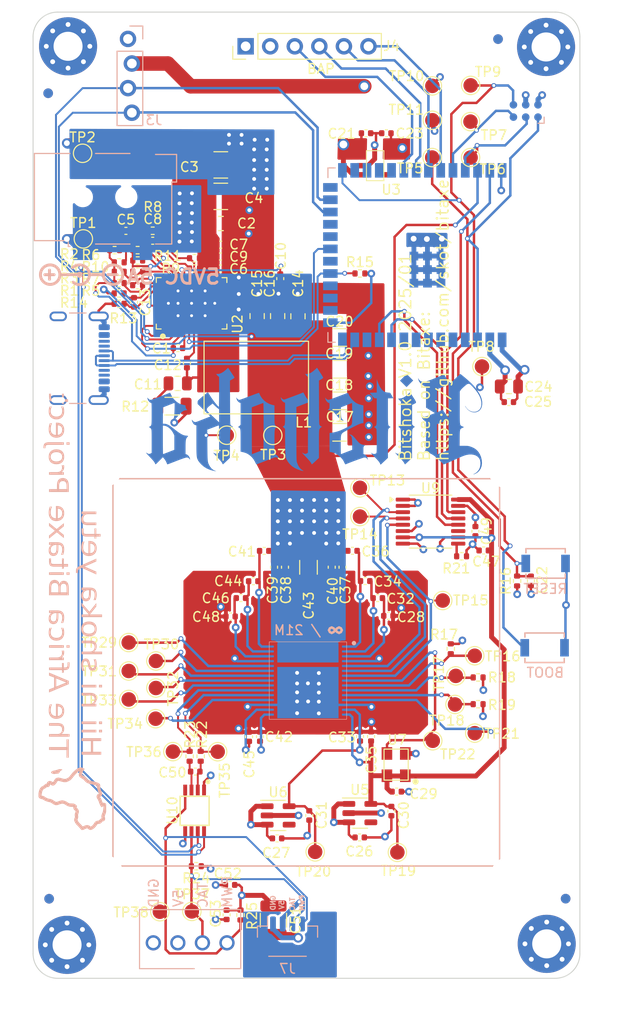
<source format=kicad_pcb>
(kicad_pcb (version 20240108) (generator "pcbnew") (generator_version "8.0")
  (layers (0 "F.Cu" signal) (1 "In1.Cu" signal) (2 "In2.Cu" signal) (31 "B.Cu" signal) (34 "B.Paste" user) (35 "F.Paste" user) (36 "B.SilkS" user "B.Silkscreen") (37 "F.SilkS" user "F.Silkscreen") (38 "B.Mask" user) (39 "F.Mask" user) (44 "Edge.Cuts" user))
  (net 0 "")
  (net 1 "GND")
  (net 2 "/VDD")
  (net 3 "/ESP32/EN")
  (net 4 "/5V")
  (net 5 "/3V3")
  (net 6 "/TX")
  (net 7 "/RX")
  (net 8 "/RST")
  (net 9 "unconnected-(J7-MountPin-PadMP)")
  (net 10 "/SCL")
  (net 11 "/Fan/FAN_PWM")
  (net 12 "/Power/SW")
  (net 13 "/ESP32/USB_D+")
  (net 14 "/ESP32/USB_D-")
  (net 15 "Net-(U2-DRTN)")
  (net 16 "Net-(U2-BP1V5)")
  (net 17 "Net-(U2-AVIN)")
  (net 18 "Net-(U2-EN{slash}UVLO)")
  (net 19 "/ESP32/P_TX")
  (net 20 "/ESP32/P_RX")
  (net 21 "/ESP32/IO0")
  (net 22 "Net-(U2-VDD5)")
  (net 23 "/Power/PGOOD")
  (net 26 "/SDA")
  (net 27 "Net-(U2-BOOT)")
  (net 28 "Net-(U2-VOSNS)")
  (net 29 "Net-(U2-GOSNS)")
  (net 30 "Net-(U8-VDDIO_12_1)")
  (net 31 "Net-(U8-VDDIO_08_1)")
  (net 32 "Net-(J4-Pin_3)")
  (net 33 "Net-(J4-Pin_6)")
  (net 34 "Net-(J4-Pin_5)")
  (net 35 "Net-(J4-Pin_4)")
  (net 42 "Net-(U2-MSEL1)")
  (net 43 "Net-(U2-MSEL2)")
  (net 44 "Net-(U2-ADRSEL)")
  (net 45 "Net-(U2-VSEL)")
  (net 46 "Net-(U8-ROSC_SEL)")
  (net 47 "Net-(U8-LITE_PAD)")
  (net 48 "Net-(U9-OE)")
  (net 49 "Net-(U8-INV_CLKO)")
  (net 54 "/Fan/TEMP_N")
  (net 55 "/Fan/TEMP_P")
  (net 58 "/Power/AGND")
  (net 70 "/Power/PMB_ALRT")
  (net 77 "Net-(C11-Pad1)")
  (net 78 "/Fan/TEMP_DP")
  (net 79 "/Fan/TEMP_DN")
  (net 82 "/BM1370/VDD3_0")
  (net 83 "/BM1370/1V2")
  (net 84 "/BM1370/0V8")
  (net 85 "/BM1370/VDD2_0")
  (net 86 "/BM1370/VDD1_0")
  (net 87 "/BM1370/VDD1_1")
  (net 88 "/BM1370/VDD2_1")
  (net 89 "/BM1370/VDD3_1")
  (net 90 "/BM1370/BI")
  (net 91 "/BM1370/RST_N")
  (net 92 "/BM1370/CI")
  (net 93 "/BM1370/RO")
  (net 94 "/BM1370/CLKI")
  (net 95 "/BM1370/NRSTO")
  (net 96 "/BM1370/CO")
  (net 97 "/BM1370/RI")
  (net 98 "/BM1370/CLKO")
  (net 99 "/BM1370/BO")
  (net 100 "/BM1370/PIN_MODE")
  (net 101 "/Fan/FAN_TACH")
  (footprint "Capacitor_SMD:C_1206_3216Metric" (layer "F.Cu") (at 108.91 81.12)
    (property "Reference" "C20")
    (property "Value" "100uF")
  )
  (footprint "Capacitor_SMD:C_0805_2012Metric" (layer "F.Cu") (at 100.36 78.91 90)
    (property "Reference" "C15")
    (property "Value" "22uF")
  )
  (footprint "Resistor_SMD:R_0402_1005Metric" (layer "F.Cu") (at 121.5 103.71 180)
    (property "Reference" "R21")
    (property "Value" "20k")
  )
  (footprint "Capacitor_SMD:C_1210_3225Metric" (layer "F.Cu") (at 102.045 141.29 -90)
    (property "Reference" "C51")
    (property "Value" "47uF")
  )
  (footprint "TestPoint:TestPoint_Pad_D1.5mm" (layer "F.Cu") (at 114.86 134.28)
    (property "Reference" "TP19")
    (property "Value" "TestPoint")
  )
  (footprint "Capacitor_SMD:C_0402_1005Metric" (layer "F.Cu") (at 96.57 72.76)
    (property "Reference" "C9")
    (property "Value" "2200pF")
  )
  (footprint "Fiducial:Fiducial_1mm_Mask2mm" (layer "F.Cu") (at 125.2728 50.292)
    (property "Reference" "FID2" (hide yes))
    (property "Value" "Fiducial")
  )
  (footprint "Fiducial:Fiducial_1mm_Mask2mm" (layer "F.Cu") (at 132.2578 139.065)
    (property "Reference" "FID4" (hide yes))
    (property "Value" "Fiducial")
  )
  (footprint "Fiducial:Fiducial_1mm_Mask2mm" (layer "F.Cu") (at 78.8416 139.065)
    (property "Reference" "FID3" (hide yes))
    (property "Value" "Fiducial")
  )
  (footprint "bitaxe:NetTie-0.25mm" (layer "F.Cu") (at 90.825 77.85)
    (property "Reference" "T1" (hide yes))
    (property "Value" "net-tie" (hide yes))
  )
  (footprint "Capacitor_SMD:C_0402_1005Metric" (layer "F.Cu") (at 101.09 103.154 180)
    (property "Reference" "C41")
    (property "Value" "1uF")
  )
  (footprint "TestPoint:TestPoint_Pad_D1.5mm" (layer "F.Cu") (at 122.86 121.97)
    (property "Reference" "TP21")
    (property "Value" "TestPoint")
  )
  (footprint "TestPoint:TestPoint_Pad_D1.5mm" (layer "F.Cu") (at 120.82 119.01)
    (property "Reference" "TP18")
    (property "Value" "TestPoint")
  )
  (footprint "Capacitor_SMD:C_0402_1005Metric" (layer "F.Cu") (at 100.655438 122.33 90)
    (property "Reference" "C42")
    (property "Value" "1uF")
  )
  (footprint "TestPoint:TestPoint_Pad_D1.5mm" (layer "F.Cu") (at 123.61 84.12)
    (property "Reference" "TP8")
    (property "Value" "TestPoint")
  )
  (footprint "Capacitor_SMD:C_0402_1005Metric" (layer "F.Cu") (at 108.0724 104.84 -90)
    (property "Reference" "C40")
    (property "Value" "1uF")
  )
  (footprint "Resistor_SMD:R_0402_1005Metric" (layer "F.Cu") (at 94.52 124.36 -90)
    (property "Reference" "R23")
    (property "Value" "100" (hide yes))
  )
  (footprint "Capacitor_SMD:C_0402_1005Metric" (layer "F.Cu") (at 98.681 108.024 180)
    (property "Reference" "C46")
    (property "Value" "1uF")
  )
  (footprint "MountingHole:MountingHole_3.5mm" (layer "F.Cu") (at 84.71 94.91)
    (property "Reference" "H6" (hide yes))
    (property "Value" "MountingHole")
  )
  (footprint "Capacitor_SMD:C_0402_1005Metric" (layer "F.Cu") (at 102.11 104.84 -90)
    (property "Reference" "C39")
    (property "Value" "1uF")
  )
  (footprint "Resistor_SMD:R_1206_3216Metric" (layer "F.Cu") (at 91.55 88.21 180)
    (property "Reference" "R12")
    (property "Value" "1")
  )
  (footprint "Capacitor_SMD:C_0402_1005Metric" (layer "F.Cu") (at 87.63 77.49 -90)
    (property "Reference" "C13")
    (property "Value" "100pF")
  )
  (footprint "Capacitor_SMD:C_0805_2012Metric" (layer "F.Cu") (at 104.58 78.93 90)
    (property "Reference" "C14")
    (property "Value" "22uF")
  )
  (footprint "Package_TO_SOT_SMD:SOT-23-5" (layer "F.Cu") (at 102.53 130.47)
    (property "Reference" "U6")
    (property "Value" "MCP1824T-0802E")
  )
  (footprint "Resistor_SMD:R_0402_1005Metric" (layer "F.Cu") (at 86.1 75.5)
    (property "Reference" "R1")
    (property "Value" "8.25k")
  )
  (footprint "TestPoint:TestPoint_Pad_D1.5mm" (layer "F.Cu") (at 110.99 96.64)
    (property "Reference" "TP13")
    (property "Value" "TestPoint")
  )
  (footprint "TestPoint:TestPoint_Pad_D1.5mm" (layer "F.Cu") (at 93.61 140.38)
    (property "Reference" "TP37")
    (property "Value" "TestPoint")
  )
  (footprint "TestPoint:TestPoint_Pad_D1.5mm" (layer "F.Cu") (at 96.28 123.89)
    (property "Reference" "TP35")
    (property "Value" "TestPoint" (hide yes))
  )
  (footprint "Resistor_SMD:R_0402_1005Metric" (layer "F.Cu") (at 89.56 70.1 180)
    (property "Reference" "R8")
    (property "Value" "3.74k")
  )
  (footprint "Resistor_SMD:R_0402_1005Metric" (layer "F.Cu") (at 93.88 72.93 180)
    (property "Reference" "R11")
    (property "Value" "10")
  )
  (footprint "Capacitor_SMD:C_1206_3216Metric" (layer "F.Cu") (at 108.91 87.66)
    (property "Reference" "C18")
    (property "Value" "100uF")
  )
  (footprint "TestPoint:TestPoint_Pad_D1.5mm" (layer "F.Cu") (at 90.3 140.41)
    (property "Reference" "TP38")
    (property "Value" "TestPoint")
  )
  (footprint "TestPoint:TestPoint_Pad_D1.5mm" (layer "F.Cu") (at 87.08 118.492)
    (property "Reference" "TP33")
    (property "Value" "TestPoint")
  )
  (footprint "TestPoint:TestPoint_Pad_D1.5mm" (layer "F.Cu") (at 101.98 91.23)
    (property "Reference" "TP3")
    (property "Value" "TestPoint")
  )
  (footprint "Capacitor_SMD:C_0805_2012Metric" (layer "F.Cu") (at 126.39 86.18)
    (property "Reference" "C24")
    (property "Value" "10uF")
  )
  (footprint "TestPoint:TestPoint_Pad_D1.5mm" (layer "F.Cu") (at 122.44 55.09)
    (property "Reference" "TP9")
    (property "Value" "TestPoint")
  )
  (footprint "MountingHole:MountingHole_3.5mm" (layer "F.Cu") (at 126.06 136.36)
    (property "Reference" "H5" (hide yes))
    (property "Value" "MountingHole")
  )
  (footprint "Capacitor_SMD:C_0805_2012Metric" (layer "F.Cu") (at 102.48 78.91 90)
    (property "Reference" "C16")
    (property "Value" "22uF")
  )
  (footprint "Capacitor_SMD:C_0402_1005Metric" (layer "F.Cu") (at 99.525438 122.34 90)
    (property "Reference" "C45")
    (property "Value" "1uF")
  )
  (footprint "Capacitor_SMD:C_0402_1005Metric" (layer "F.Cu") (at 102.75 75.04 -90)
    (property "Reference" "C10")
    (property "Value" "4.7uF")
  )
  (footprint "Resistor_SMD:R_0402_1005Metric" (layer "F.Cu") (at 85.62 72.1)
    (property "Reference" "R2")
    (property "Value" "~")
  )
  (footprint "Capacitor_SMD:C_0402_1005Metric" (layer "F.Cu") (at 112.14 122.31 90)
    (property "Reference" "C35")
    (property "Value" "1uF")
  )
  (footprint "Capacitor_SMD:C_1210_3225Metric" (layer "F.Cu") (at 96.6 66.55)
    (property "Reference" "C4")
    (property "Value" "47uF")
  )
  (footprint "Capacitor_SMD:C_0402_1005Metric" (layer "F.Cu") (at 96.57 74)
    (property "Reference" "C6")
    (property "Value" "4700pF")
  )
  (footprint "Capacitor_SMD:C_0402_1005Metric" (layer "F.Cu") (at 126.39 87.79)
    (property "Reference" "C25")
    (property "Value" "0.1uF")
  )
  (footprint "bitaxe:SMD3225-4P" (layer "F.Cu") (at 114.73 125.22 90)
    (property "Reference" "U7")
    (property "Value" "25MHz")
  )
  (footprint "Capacitor_SMD:C_0402_1005Metric" (layer "F.Cu") (at 102.42 132.84)
    (property "Reference" "C27")
    (property "Value" "1uF")
  )
  (footprint "MountingHole:MountingHole_3mm_Pad_Via" (layer "F.Cu") (at 130.23501 51.12099)
    (property "Reference" "H1")
    (property "Value" "MountingHole_Pad")
  )
  (footprint "TestPoint:TestPoint_Pad_D1.5mm" (layer "F.Cu") (at 97.22 91.21)
    (property "Reference" "TP4")
    (property "Value" "TestPoint")
  )
  (footprint "Resistor_SMD:R_0402_1005Metric" (layer "F.Cu") (at 88.01 74.32 180)
    (property "Reference" "R7")
    (property "Value" "~")
  )
  (footprint "TestPoint:TestPoint_Pad_D1.5mm" (layer "F.Cu") (at 118.48 58.69)
    (property "Reference" "TP11")
    (property "Value" "TestPoint")
  )
  (footprint "Capacitor_SMD:C_0402_1005Metric" (layer "F.Cu") (at 114.79 128.01 180)
    (property "Reference" "C29")
    (property "Value" "0.1uF")
  )
  (footprint "Fiducial:Fiducial_1mm_Mask2mm" (layer "F.Cu") (at 78.74 55.9054)
    (property "Reference" "FID1" (hide yes))
    (property "Value" "Fiducial")
  )
  (footprint "Capacitor_SMD:C_0402_1005Metric" (layer "F.Cu") (at 93.1 83.76 -90)
    (property "Reference" "C12")
    (property "Value" "0.1uF")
  )
  (footprint "TestPoint:TestPoint_Pad_D1.5mm" (layer "F.Cu") (at 110.99 99.61)
    (property "Reference" "TP14")
    (property "Value" "TestPoint")
  )
  (footprint "Resistor_SMD:R_0402_1005Metric" (layer "F.Cu") (at 123.21 118.98 180)
    (property "Reference" "R19")
    (property "Value" "1k")
  )
  (footprint "TestPoint:TestPoint_Pad_D1.5mm" (layer "F.Cu") (at 118.46 62.54)
    (property "Reference" "TP5")
    (property "Value" "TestPoint")
  )
  (footprint "TestPoint:TestPoint_Pad_D1.5mm" (layer "F.Cu") (at 91.65 123.88)
    (property "Reference" "TP36")
    (property "Value" "TestPoint" (hide yes))
  )
  (footprint "Capacitor_SMD:C_1206_3216Metric" (layer "F.Cu") (at 105.67 104.85 -90)
    (property "Reference" "C43")
    (property "Value" "100uF")
  )
  (footprint "TestPoint:TestPoint_Pad_D1.5mm" (layer "F.Cu") (at 119.55 108.28)
    (property "Reference" "TP15")
    (property "Value" "TestPoint")
  )
  (footprint "TestPoint:TestPoint_Pad_D1.5mm" (layer "F.Cu") (at 118.52 122.76)
    (property "Reference" "TP22")
    (property "Value" "TestPoint")
  )
  (footprint "Resistor_SMD:R_0402_1005Metric" (layer "F.Cu") (at 98.64 140.75 90)
    (property "Reference" "R25")
    (property "Value" "10k")
  )
  (footprint "Capacitor_SMD:C_0402_1005Metric" (layer "F.Cu") (at 128.67 106.25 -90)
    (property "Reference" "C22")
    (property "Value" "1uF")
  )
  (footprint "Package_SO:TSSOP-8_3x3mm_P0.65mm" (layer "F.Cu") (at 93.895 129.99 -90)
    (property "Reference" "U10")
    (property "Value" "EMC2101")
  )
  (footprint "Capacitor_SMD:C_0402_1005Metric" (layer "F.Cu") (at 89.56 71.13 180)
    (property "Reference" "C8")
    (property "Value" "0.1uF")
  )
  (footprint "Resistor_SMD:R_0402_1005Metric" (layer "F.Cu") (at 88 75.72)
    (property "Reference" "R5")
    (property "Value" "14.7k")
  )
  (footprint "Resistor_SMD:R_0402_1005Metric" (layer "F.Cu") (at 88 72.1 180)
    (property "Reference" "R6")
    (property "Value" "0")
  )
  (footprint "TestPoint:TestPoint_Pad_D1.5mm" (layer "F.Cu") (at 87.08 112.616)
    (property "Reference" "TP29")
    (property "Value" "TestPoint")
  )
  (footprint "Package_TO_SOT_SMD:SOT-23-5" (layer "F.Cu") (at 110.981 130.229)
    (property "Reference" "U5")
    (property "Value" "MCP1824T-1202E/OT")
  )
  (footprint "MountingHole:MountingHole_3mm_Pad_Via" (layer "F.Cu") (at 130.302 143.728)
    (property "Reference" "H3")
    (property "Value" "MountingHole_Pad")
  )
  (footprint "Capacitor_SMD:C_0402_1005Metric" (layer "F.Cu") (at 122.93 101.12 -90)
    (property "Reference" "C49")
    (property "Value" "0.1uF")
  )
  (footprint "TestPoint:TestPoint_Pad_D1.5mm" (layer "F.Cu") (at 82.31 62.1)
    (property "Reference" "TP2")
    (property "Value" "TestPoint")
  )
  (footprint "Resistor_SMD:R_0402_1005Metric" (layer "F.Cu") (at 93.89 73.99 180)
    (property "Reference" "R9")
    (property "Value" "11.8k")
  )
  (footprint "Capacitor_SMD:C_0402_1005Metric" (layer "F.Cu") (at 103.24 104.84 -90)
    (property "Reference" "C38")
    (property "Value" "0.1uF")
  )
  (footprint "Capacitor_SMD:C_0402_1005Metric" (layer "F.Cu") (at 113.72 60.03 180)
    (property "Reference" "C23")
    (property "Value" "1uF")
  )
  (footprint "TestPoint:TestPoint_Pad_D1.5mm" (layer "F.Cu") (at 122.43 62.54)
    (property "Reference" "TP6")
    (property "Value" "TestPoint")
  )
  (footprint "Capacitor_SMD:C_1206_3216Metric" (layer "F.Cu") (at 108.91 84.4)
    (property "Reference" "C19")
    (property "Value" "100uF")
  )
  (footprint "Resistor_SMD:R_0402_1005Metric" (layer "F.Cu") (at 86.1 73.36)
    (property "Reference" "R4")
    (property "Value" "~")
  )
  (footprint "Resistor_SMD:R_0402_1005Metric" (layer "F.Cu") (at 120.38 113.26 -90)
    (property "Reference" "R17")
    (property "Value" "10k")
  )
  (footprint "Capacitor_SMD:C_0402_1005Metric" (layer "F.Cu") (at 96.59 71.54)
    (property "Reference" "C7")
    (property "Value" "1uF")
  )
  (footprint "Connector_PinHeader_2.54mm:PinHeader_1x06_P2.54mm_Vertical" (layer "F.Cu") (at 99.171505 51.054 90)
    (property "Reference" "J4")
    (property "Value" "Conn_01x06")
  )
  (footprint "TestPoint:TestPoint_Pad_D1.5mm" (layer "F.Cu") (at 122.86 113.98)
    (property "Reference" "TP16")
    (property "Value" "TestPoint")
  )
  (footprint "TestPoint:TestPoint_Pad_D1.5mm" (layer "F.Cu") (at 89.86 120.48)
    (property "Reference" "TP34")
    (property "Value" "TestPoint")
  )
  (footprint "MountingHole:MountingHole_3mm_Pad_Via" (layer "F.Cu") (at 80.70501 143.83099)
    (property "Reference" "H4")
    (property "Value" "MountingHole_Pad")
  )
  (footprint "TestPoint:TestPoint_Pad_D1.5mm" (layer "F.Cu") (at 82.39 70.94)
    (property "Reference" "TP1")
    (property "Value" "TestPoint")
  )
  (footprint "Resistor_SMD:R_0402_1005Metric" (layer "F.Cu") (at 86.09 77.64 180)
    (property "Reference" "R13")
    (property "Value" "49.9")
  )
  (footprint "Capacitor_SMD:C_0402_1005Metric" (layer "F.Cu") (at 97.2 140.73 -90)
    (property "Reference" "C53")
    (property "Value" "0.1uF")
  )
  (footprint "MountingHole:MountingHole_3.5mm" (layer "F.Cu") (at 84.71 136.36)
    (property "Reference" "H8" (hide yes))
    (property "Value" "MountingHole")
  )
  (footprint "Capacitor_SMD:C_0402_1005Metric" (layer "F.Cu") (at 97.61 109.925 180)
    (property "Reference" "C48")
    (property "Value" "1uF")
  )
  (footprint "Capacitor_SMD:C_0402_1005Metric" (layer "F.Cu") (at 113.93 109.86 180)
    (property "Reference" "C28")
    (property "Value" "1uF")
  )
  (footprint "Package_SO:TSSOP-16_4.4x5mm_P0.65mm" (layer "F.Cu") (at 118.29 100.13)
    (property "Reference" "U9")
    (property "Value" "SN74AVC4T774")
  )
  (footprint "Resistor_SMD:R_0402_1005Metric" (layer "F.Cu") (at 94.07 135.71)
    (property "Reference" "R24")
    (property "Value" "5.6k")
  )
  (footprint "Capacitor_SMD:C_0402_1005Metric" (layer "F.Cu") (at 86.79 70.11)
    (property "Reference" "C5")
    (property "Value" "1uF")
  )
  (footprint "Capacitor_SMD:C_0402_1005Metric" (layer "F.Cu") (at 111.53 106.266 180)
    (property "Reference" "C34")
    (property "Value" "1uF")
  )
  (footprint "Resistor_SMD:R_0402_1005Metric" (layer "F.Cu") (at 93.38 124.36 90)
    (property "Reference" "R22")
    (property "Value" "100" (hide yes))
  )
  (footprint "bitaxe:SLC1175-271MEC_COC" (layer "F.Cu") (at 100.27 85.255)
    (property "Reference" "L1")
    (property "Value" "300nH")
  )
  (footprint "Capacitor_SMD:C_1206_3216Metric" (layer "F.Cu") (at 108.89 90.91)
    (property "Reference" "C17")
    (property "Value" "100uF")
  )
  (footprint "Capacitor_SMD:C_0402_1005Metric" (layer "F.Cu") (at 110.961 132.739)
    (property "Reference" "C26")
    (property "Value" "1uF")
  )
  (footprint "Capacitor_SMD:C_0402_1005Metric" (layer "F.Cu") (at 123.79 103.11 180)
    (property "Reference" "C47")
    (property "Value" "0.1uF")
  )
  (footprint "Capacitor_SMD:C_0402_1005Metric" (layer "F.Cu") (at 111 122.31 90)
    (property "Reference" "C33")
    (property "Value" "1uF")
  )
  (footprint "MountingHole:MountingHole_3mm_Pad_Via" (layer "F.Cu") (at 80.808 51.054)
    (property "Reference" "H2" (hide yes))
    (property "Value" "MountingHole_Pad")
  )
  (footprint "Capacitor_SMD:C_0402_1005Metric" (layer "F.Cu") (at 109.19 104.84 -90)
    (property "Reference" "C37")
    (property "Value" "0.1uF")
  )
  (footprint "Capacitor_SMD:C_0402_1005Metric" (layer "F.Cu") (at 92.17 82.22 180)
    (property "Reference" "C1")
    (property "Value" "1uF")
  )
  (footprint "Resistor_SMD:R_0402_1005Metric" (layer "F.Cu") (at 123.21 116.22 180)
    (property "Reference" "R18")
    (property "Value" "1k")
  )
  (footprint "Capacitor_SMD:C_0402_1005Metric" (layer "F.Cu") (at 110.215 103.146 180)
    (property "Reference" "C36")
    (property "Value" "1uF")
  )
  (footprint "TestPoint:TestPoint_Pad_D1.5mm" (layer "F.Cu") (at 106.36 134.23 180)
    (property "Reference" "TP20")
    (property "Value" "TestPoint")
  )
  (footprint "MountingHole:MountingHole_3.5mm" (layer "F.Cu") (at 126.06 94.91)
    (property "Reference" "H7" (hide yes))
    (property "Value" "MountingHole")
  )
  (footprint "TestPoint:TestPoint_Pad_D1.5mm" (layer "F.Cu") (at 120.9 116.06)
    (property "Reference" "TP17")
    (property "Value" "TestPoint")
  )
  (footprint "TestPoint:TestPoint_Pad_D1.5mm" (layer "F.Cu") (at 89.89 114.52)
    (property "Reference" "TP30")
    (property "Value" "TestPoint")
  )
  (footprint "Resistor_SMD:R_0402_1005Metric" (layer "F.Cu") (at 110.99 74.51)
    (property "Reference" "R15")
    (property "Value" "10k")
  )
  (footprint "bitaxe:LQFN40-CLIP" (layer "F.Cu") (at 93.58 77.59 90)
    (property "Reference" "U2")
    (property "Value" "TPS546D24ARVFR")
  )
  (footprint "Capacitor_SMD:C_1210_3225Metric" (layer "F.Cu") (at 96.6 63.3)
    (property "Reference" "C3")
    (property "Value" "47uF")
  )
  (footprint "Resistor_SMD:R_0402_1005Metric" (layer "F.Cu") (at 86.1 74.33)
    (property "Reference" "R3")
    (property "Value" "~")
  )
  (footprint "Capacitor_SMD:C_0402_1005Metric" (layer "F.Cu") (at 93.96 125.94 180)
    (property "Reference" "C50")
    (property "Value" "470pF" (hide yes))
  )
  (footprint "Resistor_SMD:R_0402_1005Metric" (layer "F.Cu") (at 88.01 73.17 180)
    (property "Reference" "R10")
    (property "Value" "68.1k")
  )
  (footprint "Capacitor_SMD:C_0402_1005Metric" (layer "F.Cu") (at 112.83 108.026 180)
    (property "Reference" "C32")
    (property "Value" "1uF")
  )
  (footprint "Resistor_SMD:R_0402_1005Metric" (layer "F.Cu") (at 127.24 106.26 90)
    (property "Reference" "R16")
    (property "Value" "10k")
  )
  (footprint "Capacitor_SMD:C_0402_1005Metric" (layer "F.Cu") (at 97.56 137.64 180)
    (property "Reference" "C52")
    (property "Value" "0.1uF")
  )
  (footprint "Capacitor_SMD:C_0805_2012Metric" (layer "F.Cu") (at 92.14 85.86)
    (property "Reference" "C11")
    (property "Value" "1000pF")
  )
  (footprint "Capacitor_SMD:C_0402_1005Metric" (layer "F.Cu") (at 111.62 60.03)
    (property "Reference" "C21")
    (property "Value" "1uF")
  )
  (footprint "TestPoint:TestPoint_Pad_D1.5mm" (layer "F.Cu") (at 87.08 115.554)
    (property "Reference" "TP31")
    (property "Value" "TestPoint")
  )
  (footprint "TestPoint:TestPoint_Pad_D1.5mm" (layer "F.Cu") (at 122.42 58.83)
    (property "Reference" "TP7")
    (property "Value" "TestPoint")
  )
  (footprint "TestPoint:TestPoint_Pad_D1.5mm" (layer "F.Cu") (at 89.89 117.31)
    (property "Reference" "TP32")
    (property "Value" "TestPoint")
  )
  (footprint "Resistor_SMD:R_0402_1005Metric" (layer "F.Cu") (at 86.09 76.57)
    (property "Reference" "R14")
    (property "Value" "49.9")
  )
  (footprint "Capacitor_SMD:C_0402_1005Metric" (layer "F.Cu") (at 114.24 130.02 -90)
    (property "Reference" "C30")
    (property "Value" "1uF")
  )
  (footprint "Capacitor_SMD:C_0805_2012Metric" (layer "F.Cu") (at 96.6 69.35)
    (property "Reference" "C2")
    (property "Value" "10uF")
  )
  (footprint "Capacitor_SMD:C_0402_1005Metric" (layer "F.Cu") (at 99.961 106.284 180)
    (property "Reference" "C44")
    (property "Value" "1uF")
  )
  (footprint "bitaxe:RT9080-33GJ5" (layer "F.Cu") (at 112.563 63.38)
    (property "Reference" "U3")
    (property "Value" "RT9080-33GJ5")
  )
  (footprint "TestPoint:TestPoint_Pad_D1.5mm" (layer "F.Cu") (at 118.48 55.14)
    (property "Reference" "TP10")
    (property "Value" "TestPoint")
  )
  (footprint "Capacitor_SMD:C_0402_1005Metric" (layer "F.Cu") (at 105.75 130.47 -90)
    (property "Reference" "C31")
    (property "Value" "1uF")
  )
  (footprint "bitaxe:470531000" (layer "B.Cu") (at 89.621 143.622)
    (property "Reference" "J6" (hide yes))
    (property "Value" "Conn_01x04")
  )
  (footprint "bitaxe:PinHeader_1x04_P2.54mm_Vertical_shifted" (layer "B.Cu") (at 87.205 50.292 180)
    (property "Reference" "J3")
    (property "Value" "Conn_01x04")
  )
  (footprint "Fiducial:Fiducial_1mm_Mask2mm" (layer "B.Cu") (at 132.26 139.06 180)
    (property "Reference" "FID7" (hide yes))
    (property "Value" "Fiducial")
  )
  (footprint "bitaxe:Bitshoka" (layer "B.Cu") (at 106.25 89.75 180)
    (property "Reference" "G***" (hide yes))
    (property "Value" "LOGO" (hide yes))
  )
  (footprint "bitaxe:USB_C_Receptacle_GCT_USB4105-xx-A" (layer "B.Cu") (at 80.865 83.26 90)
    (property "Reference" "J5" (hide yes))
    (property "Value" "USB_C_Receptacle_USB2.0")
  )
  (footprint "bitaxe:ESP32-S3-WROOM-1" (layer "B.Cu") (at 117.43 72.61 90)
    (property "Reference" "U4" (hide yes))
    (property "Value" "ESP32-S3-WROOM-1")
  )
  (footprint "bitaxe:Tag-Connect_TC2030-IDC-NL_2x03_P1.27mm_Vertical" (layer "B.Cu") (at 128.13 57.73 180)
    (property "Reference" "J2" (hide yes))
    (property "Value" "TC2030-IDC")
  )
  (footprint "bitaxe:BM1370" (layer "B.Cu") (at 105.610562 116.546 180)
    (property "Reference" "U8" (hide yes))
    (property "Value" "BM1370_mode1")
  )
  (footprint "Fiducial:Fiducial_1mm_Mask2mm" (layer "B.Cu") (at 78.85 139.07 180)
    (property "Reference" "FID8" (hide yes))
    (property "Value" "Fiducial")
  )
  (footprint "bitaxe:TENSILITY_54-00164" (layer "B.Cu") (at 84.58 66.62 90)
    (property "Reference" "J1" (hide yes))
    (property "Value" "54-00164")
  )
  (footprint "bitaxe:SW_CS1213AGF260_CRS" (layer "B.Cu") (at 130.186 104.448 180)
    (property "Reference" "SW1" (hide yes))
    (property "Value" "GT-TC029B-H025-L1N")
  )
  (footprint "bitaxe:polarity" (layer "B.Cu") (at 81.994918 74.631416 180)
    (property "Reference" "U1" (hide yes))
    (property "Value" "~")
  )
  (footprint "Fiducial:Fiducial_1mm_Mask2mm" (layer "B.Cu") (at 125.27 50.31 180)
    (property "Reference" "FID5" (hide yes))
    (property "Value" "Fiducial")
  )
  (footprint "bitaxe:SW_CS1213AGF260_CRS" (layer "B.Cu") (at 130.082 113.155 180)
    (property "Reference" "SW2" (hide yes))
    (property "Value" "GT-TC029B-H025-L1N")
  )
  (footprint "Fiducial:Fiducial_1mm_Mask2mm" (layer "B.Cu") (at 78.75 55.9 180)
    (property "Reference" "FID6" (hide yes))
    (property "Value" "Fiducial")
  )
  (footprint "bitaxe:Africa Map" (layer "B.Cu") (at 81.25 128.75 90)
    (property "Reference" "G***" (hide yes))
    (property "Value" "LOGO" (hide yes))
  )
  (footprint "Connector_JST:JST_SH_BM04B-SRSS-TB_1x04-1MP_P1.00mm_Vertical" (layer "B.Cu") (at 103.5 143)
    (property "Reference" "J7")
    (property "Value" "Conn_01x04")
  )
  (gr_rect (start 85.45 95.7) (end 125.43 135.69) (stroke (width 0.15)) (fill none) (layer "B.SilkS"))
  (gr_line (start 79.729 47.522) (end 131.192 47.522) (stroke (width 0.1)) (layer "Edge.Cuts"))
  (gr_arc (start 133.732 144.744) (mid 132.988051 146.540051) (end 131.192 147.284) (stroke (width 0.1)) (layer "Edge.Cuts"))
  (gr_arc (start 131.192 47.522) (mid 132.988051 48.265949) (end 133.732 50.062) (stroke (width 0.1)) (layer "Edge.Cuts"))
  (gr_arc (start 77.189 50.062) (mid 77.932949 48.265949) (end 79.729 47.522) (stroke (width 0.1)) (layer "Edge.Cuts"))
  (gr_line (start 131.192 147.284) (end 79.729 147.284) (stroke (width 0.1)) (layer "Edge.Cuts"))
  (gr_line (start 133.732 50.062) (end 133.732 144.744) (stroke (width 0.1)) (layer "Edge.Cuts"))
  (gr_arc (start 79.729 147.284) (mid 77.932949 146.540051) (end 77.189 144.744) (stroke (width 0.1)) (layer "Edge.Cuts"))
  (gr_line (start 77.189 144.744) (end 77.189 50.062) (stroke (width 0.1)) (layer "Edge.Cuts"))
  (gr_text "TAC" (at 104 139.6 90) (layer "B.SilkS") (effects (font (size 0.5 0.5) (thickness 0.125)) (justify mirror)))
  (gr_text "/ 21M" (at 104.53 111.34 0) (layer "B.SilkS") (effects (font (size 1 1)) (justify mirror)))
  (gr_text "5V" (at 92.209 139.018 90) (layer "B.SilkS") (effects (font (size 1 1)) (justify mirror)))
  (gr_text "Hii ni shoka yetu\nThe Africa Bitaxe Project" (at 78.5 124.5 270) (layer "B.SilkS") (effects (font (size 2 2.2)) (justify left bottom mirror)))
  (gr_text "5VDC 5A" (at 96.68 75.72 0) (layer "B.SilkS") (effects (font (size 1.5 1.5) (thickness 0.3) (bold yes)) (justify left bottom mirror)))
  (gr_text "GND" (at 102 139.5 90) (layer "B.SilkS") (effects (font (size 0.5 0.5) (thickness 0.125)) (justify mirror)))
  (gr_text "PWM" (at 97.265 138.363 90) (layer "B.SilkS") (effects (font (size 1 1)) (justify mirror)))
  (gr_text "5V" (at 102.9 139.7 90) (layer "B.SilkS") (effects (font (size 0.5 0.5) (thickness 0.125)) (justify mirror)))
  (gr_text "∞" (at 108.45 111.19 0) (layer "B.SilkS") (effects (font (size 2 2) (thickness 0.25)) (justify mirror)))
  (gr_text "TAC" (at 94.7325 138.696333 90) (layer "B.SilkS") (effects (font (size 1 1)) (justify mirror)))
  (gr_text "GND" (at 89.6675 138.482048 90) (layer "B.SilkS") (effects (font (size 1 1)) (justify mirror)))
  (gr_text "PWM" (at 105 139.5 90) (layer "B.SilkS") (effects (font (size 0.5 0.5) (thickness 0.125)) (justify mirror)))
  (gr_text "Bitshoka V1.0 2025/01\nBased on Bitaxe:\nhttps://github.com/skot/bitaxe" (at 120.25 94 90) (layer "F.SilkS") (effects (font (size 1.2 1.2)) (justify left bottom)))
  (gr_text "BAP" (at 105.43 53.97 0) (layer "F.SilkS") (effects (font (size 1 1)) (justify left bottom)))
  (segment (start 112.64 61.122) (end 112.512 61.25) (width 0.2) (layer "F.Cu") (net 1))
  (segment (start 111.18505 63.38) (end 111.18905 63.376) (width 0.508) (layer "F.Cu") (net 1))
  (segment (start 104.265 142.765) (end 102.045 142.765) (width 0.508) (layer "F.Cu") (net 1))
  (segment (start 127.34 85.13) (end 127.34 86.18) (width 0.508) (layer "F.Cu") (net 1))
  (segment (start 85.58 77.64) (end 84.68 77.64) (width 0.254) (layer "F.Cu") (net 1))
  (segment (start 119.28 102.25) (end 119.28 102.93) (width 0.254) (layer "F.Cu") (net 1))
  (segment (start 97.2 141.21) (end 96.08 141.21) (width 0.254) (layer "F.Cu") (net 1))
  (segment (start 118.48 55.01) (end 119.27 54.22) (width 0.254) (layer "F.Cu") (net 1))
  (segment (start 123.31 103.11) (end 123.29 103.11) (width 0.254) (layer "F.Cu") (net 1))
  (segment (start 111.18905 63.376) (end 111.824 63.376) (width 0.508) (layer "F.Cu") (net 1))
  (segment (start 123.72 116.22) (end 123.72 117.5) (width 0.254) (layer "F.Cu") (net 1))
  (segment (start 80.68 61.05) (end 81.26 61.05) (width 1) (layer "F.Cu") (net 1))
  (segment (start 115.69 124.08) (end 115.68 124.07) (width 0.508) (layer "F.Cu") (net 1))
  (segment (start 121.23 112.75) (end 121.58 112.4) (width 0.254) (layer "F.Cu") (net 1))
  (segment (start 119.775 101.755) (end 119.28 102.25) (width 0.254) (layer "F.Cu") (net 1))
  (segment (start 101.3925 130.47) (end 104.64 130.47) (width 0.508) (layer "F.Cu") (net 1))
  (segment (start 83.85 87.7) (end 83.97 87.58) (width 0.508) (layer "F.Cu") (net 1))
  (segment (start 95.09 91.21) (end 95.08 91.22) (width 0.2) (layer "F.Cu") (net 1))
  (segment (start 116.05 128.01) (end 115.44 128.01) (width 0.254) (layer "F.Cu") (net 1))
  (segment (start 120.38 112.75) (end 121.23 112.75) (width 0.254) (layer "F.Cu") (net 1))
  (segment (start 116.685 98.505) (end 116.99 98.2) (width 0.254) (layer "F.Cu") (net 1))
  (segment (start 83.97 78.35) (end 83.97 78.94) (width 0.254) (layer "F.Cu") (net 1))
  (segment (start 121.1525 101.755) (end 119.775 101.755) (width 0.254) (layer "F.Cu") (net 1))
  (segment (start 123.72 120.22) (end 123.71 120.23) (width 0.254) (layer "F.Cu") (net 1))
  (segment (start 84.68 77.64) (end 83.97 78.35) (width 0.254) (layer "F.Cu") (net 1))
  (segment (start 122.01 103.71) (end 122.01 103.09) (width 0.254) (layer "F.Cu") (net 1))
  (segment (start 118.48 55.14) (end 118.48 55.01) (width 0.254) (layer "F.Cu") (net 1))
  (segment (start 112.65 60.03) (end 112.65 61.112) (width 0.254) (layer "F.Cu") (net 1))
  (segment (start 126.87 87.79) (end 127.26 87.4) (width 0.254) (layer "F.Cu") (net 1))
  (segment (start 112.1 60.03) (end 112.65 60.03) (width 0.254) (layer "F.Cu") (net 1))
  (segment (start 123.29 103.11) (end 122.64 102.46) (width 0.254) (layer "F.Cu") (net 1))
  (segment (start 115.4275 98.505) (end 116.685 98.505) (width 0.254) (layer "F.Cu") (net 1))
  (segment (start 111.441 132.739) (end 113.491 132.739) (width 0.254) (layer "F.Cu") (net 1))
  (segment (start 128.02 84.45) (end 127.34 85.13) (width 0.508) (layer "F.Cu") (net 1))
  (segment (start 97.22 91.21) (end 95.09 91.21) (width 0.2) (layer "F.Cu") (net 1))
  (segment (start 102.9 132.84) (end 105.25 132.84) (width 0.254) (layer "F.Cu") (net 1))
  (segment (start 109.8525 130.22) (end 109.8435 130.229) (width 0.508) (layer "F.Cu") (net 1))
  (segment (start 128.67 106.73) (end 128.67 107.6) (width 0.254) (layer "F.Cu") (net 1))
  (segment (start 96.08 141.21) (end 96.07 141.2) (width 0.254) (layer "F.Cu") (net 1))
  (segment (start 115.4275 97.855) (end 116.645 97.855) (width 0.254) (layer "F.Cu") (net 1))
  (segment (start 115.4275 101.105) (end 116.345 101.105) (width 0.254) (layer "F.Cu") (net 1))
  (segment (start 92.92 133.13) (end 92.68 133.37) (width 0.254) (layer "F.Cu") (net 1))
  (segment (start 114.24 131.99) (end 113.58 132.65) (width 0.254) (layer "F.Cu") (net 1))
  (segment (start 123.72 118.98) (end 123.72 120.22) (width 0.254) (layer "F.Cu") (net 1))
  (segment (start 112.65 61.112) (end 112.512 61.25) (width 0.254) (layer "F.Cu") (net 1))
  (segment (start 105.25 132.84) (end 105.54 132.55) (width 0.254) (layer "F.Cu") (net 1))
  (segment (start 115.4275 102.405) (end 116.955 102.405) (width 0.254) (layer "F.Cu") (net 1))
  (segment (start 114.24 130.5) (end 114.24 131.99) (width 0.254) (layer "F.Cu") (net 1))
  (segment (start 113.491 132.739) (end 113.58 132.65) (width 0.254) (layer "F.Cu") (net 1))
  (segment (start 91.79 89.91) (end 92.1125 89.91) (width 0.254) (layer "F.Cu") (net 1))
  (segment (start 115.4225 101.11) (end 115.4275 101.105) (width 0.254) (layer "F.Cu") (net 1))
  (segment (start 122.93 101.6) (end 122.93 102.17) (width 0.254) (layer "F.Cu") (net 1))
  (segment (start 122.01 103.09) (end 122.64 102.46) (width 0.254) (layer "F.Cu") (net 1))
  (segment (start 105.75 132.34) (end 105.54 132.55) (width 0.254) (layer "F.Cu") (net 1))
  (segment (start 81.26 61.05) (end 82.31 62.1) (width 1) (layer "F.Cu") (net 1))
  (segment (start 127.26 87.4) (end 127.26 86.26) (width 0.254) (layer "F.Cu") (net 1))
  (segment (start 112.512 62.688) (end 112.512 61.25) (width 0.508) (layer "F.Cu") (net 1))
  (segment (start 109.175 105.69) (end 109.06 105.69) (width 0.2) (layer "F.Cu") (net 1))
  (segment (start 112.65 60.03) (end 113.24 60.03) (width 0.254) (layer "F.Cu") (net 1))
  (segment (start 92.1125 89.91) (end 93.1825 88.84) (width 0.254) (layer "F.Cu") (net 1))
  (segment (start 127.26 86.26) (end 127.34 86.18) (width 0.254) (layer "F.Cu") (net 1))
  (segment (start 128.67 107.6) (end 128.69 107.62) (width 0.2) (layer "F.Cu") (net 1))
  (segment (start 97.07 137.65) (end 97.08 137.64) (width 0.254) (layer "F.Cu") (net 1))
  (segment (start 113.18 130.22) (end 109.8525 130.22) (width 0.508) (layer "F.Cu") (net 1))
  (segment (start 116.955 102.405) (end 117.55 103) (width 0.254) (layer "F.Cu") (net 1))
  (segment (start 104.6 143.1) (end 104.265 142.765) (width 0.508) (layer "F.Cu") (net 1))
  (segment (start 116.645 97.855) (end 116.99 98.2) (width 0.254) (layer "F.Cu") (net 1))
  (segment (start 92.92 132.14) (end 92.92 133.13) (width 0.254) (layer "F.Cu") (net 1))
  (segment (start 122.93 102.17) (end 122.64 102.46) (width 0.254) (layer "F.Cu") (net 1))
  (segment (start 105.75 130.95) (end 105.75 132.34) (width 0.254) (layer "F.Cu") (net 1))
  (segment (start 116.77 124.08) (end 115.69 124.08) (width 0.508) (layer "F.Cu") (net 1))
  (segment (start 123.72 117.5) (end 123.75 117.53) (width 0.254) (layer "F.Cu") (net 1))
  (segment (start 96.07 137.65) (end 97.07 137.65) (width 0.254) (layer "F.Cu") (net 1))
  (segment (start 116.345 101.105) (end 117.09 100.36) (width 0.254) (layer "F.Cu") (net 1))
  (segment (start 111.824 63.376) (end 112.512 62.688) (width 0.508) (layer "F.Cu") (net 1))
  (via (at 105.61 116.83) (size 0.8) (drill 0.4) (layers "F.Cu" "B.Cu") (net 1))
  (via (at 112.18 119.26) (size 0.8) (drill 0.4) (layers "F.Cu" "B.Cu") (net 1))
  (via (at 113.58 132.65) (size 0.8) (drill 0.4) (layers "F.Cu" "B.Cu") (net 1))
  (via (at 98.05 114.26) (size 0.8) (drill 0.4) (layers "F.Cu" "B.Cu") (net 1))
  (via (at 104.49 118.7) (size 0.8) (drill 0.4) (layers "F.Cu" "B.Cu") (net 1))
  (via (at 100.05 61.7) (size 0.8) (drill 0.4) (layers "F.Cu" "B.Cu") (net 1))
  (via (at 112.18 120.8) (size 0.8) (drill 0.4) (layers "F.Cu" "B.Cu") (net 1))
  (via (at 101.35 62.8) (size 0.8) (drill 0.4) (layers "F.Cu" "B.Cu") (net 1))
  (via (at 106.74 119.93) (size 0.8) (drill 0.4) (layers "F.Cu" "B.Cu") (net 1))
  (via (at 97.45 60.2) (size 0.8) (drill 0.4) (layers "F.Cu" "B.Cu") (net 1))
  (via (at 111.9 87.4) (size 0.8) (drill 0.4) (layers "F.Cu" "B.Cu") (net 1))
  (via (at 106.74 118.72) (size 0.8) (drill 0.4) (layers "F.Cu" "B.Cu") (net 1))
  (via (at 104.64 130.47) (size 0.8) (drill 0.4) (layers "F.Cu" "B.Cu") (net 1))
  (via (at 105.54 132.55) (size 0.8) (drill 0.4) (layers "F.Cu" "B.Cu") (net 1))
  (via (at 100.05 65.75) (size 0.8) (drill 0.4) (layers "F.Cu" "B.Cu") (net 1))
  (via (at 116.54 70.92) (size 1) (drill 0.6) (layers "F.Cu" "B.Cu") (net 1))
  (via (at 125.6 65.94) (size 0.8) (drill 0.4) (layers "F.Cu" "B.Cu") (net 1))
  (via (at 116.77 124.08) (size 0.8) (drill 0.4) (layers "F.Cu" "B.Cu") (net 1))
  (via (at 106.74 117.78) (size 0.8) (drill 0.4) (layers "F.Cu" "B.Cu") (net 1))
  (via (at 95.08 91.22) (size 0.5) (drill 0.3) (layers "F.Cu" "B.Cu") (net 1))
  (via (at 104.49 117.76) (size 0.8) (drill 0.4) (layers "F.Cu" "B.Cu") (net 1))
  (via (at 105.63 118.7) (size 0.8) (drill 0.4) (layers "F.Cu" "B.Cu") (net 1))
  (via (at 115.26 109.04) (size 0.8) (drill 0.4) (layers "F.Cu" "B.Cu") (net 1))
  (via (at 123.75 117.53) (size 0.8) (drill 0.4) (layers "F.Cu" "B.Cu") (net 1))
  (via (at 111.9 89.05) (size 0.8) (drill 0.4) (layers "F.Cu" "B.Cu") (net 1))
  (via (at 101.4 60.7) (size 0.8) (drill 0.4) (layers "F.Cu" "B.Cu") (net 1))
  (via (at 100.05 63.8) (size 0.8) (drill 0.4) (layers "F.Cu" "B.Cu") (net 1))
  (via (at 100.1 60.7) (size 0.8) (drill 0.4) (layers "F.Cu" "B.Cu") (net 1))
  (via (at 106.74 116.86) (size 0.8) (drill 0.4) (layers "F.Cu" "B.Cu") (net 1))
  (via (at 98.45 78.23) (size 0.8) (drill 0.4) (layers "F.Cu" "B.Cu") (net 1))
  (via (at 96.07 137.65) (size 0.8) (drill 0.4) (layers "F.Cu" "B.Cu") (net 1))
  (via (at 116.05 128.01) (size 0.8) (drill 0.4) (layers "F.Cu" "B.Cu") (net 1))
  (via (at 104.49 119.91) (size 0.8) (drill 0.4) (layers "F.Cu" "B.Cu") (net 1))
  (via (at 119.27 54.22) (size 0.8) (drill 0.4) (layers "F.Cu" "B.Cu") (net 1))
  (via (at 128.13 56.09) (size 0.8) (drill 0.4) (layers "F.Cu" "B.Cu") (net 1))
  (via (at 112.98 114.27) (size 0.8) (drill 0.4) (layers "F.Cu" "B.Cu") (net 1))
  (via (at 80.68 61.05) (size 1) (drill 0.6) (layers "F.Cu" "B.Cu") (net 1))
  (via (at 104.6 143.1) (size 1) (drill 0.6) (layers "F.Cu" "B.Cu") (net 1))
  (via (at 99.55 67.97) (size 0.8) (drill 0.4) (layers "F.Cu" "B.Cu") (net 1))
  (via (at 101.35 63.8) (size 0.8) (drill 0.4) (layers "F.Cu" "B.Cu") (net 1))
  (via (at 91.79 89.91) (size 0.8) (drill 0.4) (layers "F.Cu" "B.Cu") (net 1))
  (via (at 112 86.15) (size 0.8) (drill 0.4) (layers "F.Cu" "B.Cu") (net 1))
  (via (at 117.09 100.36) (size 0.8) (drill 0.4) (layers "F.Cu" "B.Cu") (net 1))
  (via (at 121.58 112.4) (size 0.8) (drill 0.4) (layers "F.Cu" "B.Cu") (net 1))
  (via (at 101.35 61.7) (size 0.8) (drill 0.4) (layers "F.Cu" "B.Cu") (net 1))
  (via (at 111.86 83) (size 0.8) (drill 0.4) (layers "F.Cu" "B.Cu") (net 1))
  (via (at 111.85 85.1) (size 0.8) (drill 0.4) (layers "F.Cu" "B.Cu") (net 1))
  (via (at 98.75 61.1) (size 0.8) (drill 0.4) (layers "F.Cu" "B.Cu") (net 1))
  (via (at 122.64 102.46) (size 0.8) (drill 0.4) (layers "F.Cu" "B.Cu") (net 1))
  (via (at 96.07 141.2) (size 0.8) (drill 0.4) (layers "F.Cu" "B.Cu") (net 1))
  (via (at 113.18 130.22) (size 0.8) (drill 0.4) (layers "F.Cu" "B.Cu") (net 1))
  (via (at 117.91 70.95) (size 1) (drill 0.6) (layers "F.Cu" "B.Cu") (net 1))
  (via (at 119.28 102.93) (size 0.8) (drill 0.4) (layers "F.Cu" "B.Cu") (net 1))
  (via (at 99.37 119.24) (size 0.8) (drill 0.4) (layers "F.Cu" "B.Cu") (net 1))
  (via (at 111.9 90.2) (size 0.8) (drill 0.4) (layers "F.Cu" "B.Cu") (net 1))
  (via (at 97.45 61.1) (size 0.8) (drill 0.4) (layers "F.Cu" "B.Cu") (net 1))
  (via (at 123.71 120.23) (size 0.8) (drill 0.4) (layers "F.Cu" "B.Cu") (net 1))
  (via (at 111.9 91.4) (size 0.8) (drill 0.4) (layers "F.Cu" "B.Cu") (net 1))
  (via (at 100.05 64.75) (size 0.8) (drill 0.4) (layers "F.Cu" "B.Cu") (net 1))
  (via (at 96.6 108.92) (size 0.8) (drill 0.4) (layers "F.Cu" "B.Cu") (net 1))
  (via (at 104.49 115.746) (size 0.8) (drill 0.4) (layers "F.Cu" "B.Cu") (net 1))
  (via (at 100.49 76.62) (size 0.8) (drill 0.4) (layers "F.Cu" "B.Cu") (net 1))
  (via (at 100.05 62.8) (size 0.8) (drill 0.4) (layers "F.Cu" "B.Cu") (net 1))
  (via (at 98.46 76.63) (size 0.8) (drill 0.4) (layers "F.Cu" "B.Cu") (net 1))
  (via (at 99.49 70.39) (size 0.8) (drill 0.4) (layers "F.Cu" "B.Cu") (net 1))
  (via (at 98.44 121.49) (size 0.8) (drill 0.4) (layers "F.Cu" "B.Cu") (net 1))
  (via (at 92.68 133.37) (size 0.8) (drill 0.4) (layers "F.Cu" "B.Cu") (net 1))
  (via (at 128.69 107.62) (size 0.8) (drill 0.4) (layers "F.Cu" "B.Cu") (net 1))
  (via (at 112.512 61.25) (size 0.8) (drill 0.4) (layers "F.Cu" "B.Cu") (net 1))
  (via (at 104.49 116.84) (size 0.8) (drill 0.4) (layers "F.Cu" "B.Cu") (net 1))
  (via (at 104.56 76.6) (size 0.8) (drill 0.4) (layers "F.Cu" "B.Cu") (net 1))
  (via (at 119.454234 70.914234) (size 1) (drill 0.6) (layers "F.Cu" "B.Cu") (net 1))
  (via (at 128.02 84.45) (size 1) (drill 0.6) (layers "F.Cu" "B.Cu") (net 1))
  (via (at 101.35 64.75) (size 0.8) (drill 0.4) (layers "F.Cu" "B.Cu") (net 1))
  (via (at 106.74 115.766) (size 0.8) (drill 0.4) (layers "F.Cu" "B.Cu") (net 1))
  (via (at 116.99 98.2) (size 0.8) (drill 0.4) (layers "F.Cu" "B.Cu") (net 1))
  (via (at 98.75 60.2) (size 0.8) (drill 0.4) (layers "F.Cu" "B.Cu") (net 1))
  (via (at 102.57 76.6) (size 0.8) (drill 0.4) (layers "F.Cu" "B.Cu") (net 1))
  (via (at 101.35 65.75) (size 0.8) (drill 0.4) (layers "F.Cu" "B.Cu") (net 1))
  (via (at 132.297 108.743) (size 0.8) (drill 0.4) (layers "F.Cu" "B.Cu") (net 1))
  (via (at 117.55 103) (size 0.8) (drill 0.4) (layers "F.Cu" "B.Cu") (net 1))
  (via (at 98.46 74.92) (size 0.8) (drill 0.4) (layers "F.Cu" "B.Cu") (net 1))
  (segment (start 102.930816 143.1) (end 102 142.169184) (width 0.508) (layer "B.Cu") (net 1))
  (segment (start 112.712 114.538) (end 109.526562 114.538) (width 0.254) (layer "B.Cu") (net 1))
  (segment (start 132.345 104.448) (end 132.345 108.695) (width 0.254) (layer "B.Cu") (net 1))
  (segment (start 100.051 114.541) (end 100.054 114.538) (width 0.254) (layer "B.Cu") (net 1))
  (segment (start 125.69 82.48) (end 125.69 81.36) (width 0.508) (layer "B.Cu") (net 1))
  (segment (start 132.241 108.799) (end 132.297 108.743) (width 0.254) (layer "B.Cu") (net 1))
  (segment (start 125.6 65.94) (end 125.6 63.95) (width 0.254) (layer "B.Cu") (net 1))
  (segment (start 80.68 61.05) (end 80.75 61.12) (width 1) (layer "B.Cu") (net 1))
  (segment (start 112.98 114.27) (end 112.712 114.538) (width 0.254) (layer "B.Cu") (net 1))
  (segment (start 117.91 70.95) (end 117.97 71.01) (width 0.254) (layer "B.Cu") (net 1))
  (segment (start 132.345 108.695) (end 132.297 108.743) (width 0.254) (layer "B.Cu") (net 1))
  (segment (start 104.6 143.1) (end 102.930816 143.1) (width 0.508) (layer "B.Cu") (net 1))
  (segment (start 99.37 119.24) (end 99.554 119.056) (width 0.254) (layer "B.Cu") (net 1))
  (segment (start 128.02 84.45) (end 127.66 84.45) (width 0.508) (layer "B.Cu") (net 1))
  (segment (start 128.13 56.09) (end 128.13 57.095) (width 0.508) (layer "B.Cu") (net 1))
  (segment (start 100.054 114.538) (end 101.694562 114.538) (width 0.254) (layer "B.Cu") (net 1))
  (segment (start 127.66 84.45) (end 125.69 82.48) (width 0.508) (layer "B.Cu") (net 1))
  (segment (start 112.18 119.26) (end 111.976 119.056) (width 0.254) (layer "B.Cu") (net 1))
  (segment (start 80.75 61.12) (end 82.33 61.12) (width 1) (layer "B.Cu") (net 1))
  (segment (start 84.545 79.515) (end 83.97 78.94) (width 0.508) (layer "B.Cu") (net 1))
  (segment (start 84.545 80.06) (end 84.545 79.515) (width 0.508) (layer "B.Cu") (net 1))
  (segment (start 98.331 114.541) (end 100.051 114.541) (width 0.254) (layer "B.Cu") (net 1))
  (segment (start 125.6 63.95) (end 125.69 63.86) (width 0.254) (layer "B.Cu") (net 1))
  (segment (start 132.241 113.155) (end 132.241 108.799) (width 0.254) (layer "B.Cu") (net 1))
  (segment (start 111.976 119.056) (end 108.526562 119.056) (width 0.254) (layer "B.Cu") (net 1))
  (segment (start 84.545 86.46) (end 84.545 87.005) (width 0.508) (layer "B.Cu") (net 1))
  (segment (start 98.05 114.26) (end 98.331 114.541) (width 0.254) (layer "B.Cu") (net 1))
  (segment (start 102 142.169184) (end 102 141.675) (width 0.508) (layer "B.Cu") (net 1))
  (segment (start 119.454234 70.914234) (end 119.37 70.998468) (width 0.254) (layer "B.Cu") (net 1))
  (segment (start 99.554 119.056) (end 102.683562 119.056) (width 0.254) (layer "B.Cu") (net 1))
  (segment (start 84.545 87.005) (end 83.97 87.58) (width 0.508) (layer "B.Cu") (net 1))
  (segment (start 120.84 69.5) (end 115.8 69.5) (width 0.254) (layer "F.Cu") (net 2))
  (segment (start 114.57 70.73) (end 114.57 92.19) (width 0.254) (layer "F.Cu") (net 2))
  (segment (start 84.91 76.57) (end 84.5 76.16) (width 0.2) (layer "F.Cu") (net 2))
  (segment (start 114.57 92.19) (end 113.42 93.34) (width 0.254) (layer "F.Cu") (net 2))
  (segment (start 115.8 69.5) (end 114.57 70.73) (width 0.254) (layer "F.Cu") (net 2))
  (segment (start 85.58 76.57) (end 84.91 76.57) (width 0.2) (layer "F.Cu") (net 2))
  (segment (start 113.42 93.34) (end 107.51 93.34) (width 0.254) (layer "F.Cu") (net 2))
  (segment (start 120.85 69.51) (end 120.84 69.5) (width 0.254) (layer "F.Cu") (net 2))
  (via (at 102.5 101.3) (size 0.8) (drill 0.4) (layers "F.Cu" "B.Cu") (net 2))
  (via (at 103.75 100.1) (size 0.8) (drill 0.4) (layers "F.Cu" "B.Cu") (net 2))
  (via (at 120.85 69.51) (size 0.5) (drill 0.3) (layers "F.Cu" "B.Cu") (net 2))
  (via (at 105 99) (size 0.8) (drill 0.4) (layers "F.Cu" "B.Cu") (net 2))
  (via (at 106.25 99) (size 0.8) (drill 0.4) (layers "F.Cu" "B.Cu") (net 2))
  (via (at 102.5 97.9) (size 0.8) (drill 0.4) (layers "F.Cu" "B.Cu") (net 2))
  (via (at 107.5 101.3) (size 0.8) (drill 0.4) (layers "F.Cu" "B.Cu") (net 2))
  (via (at 84.5 76.16) (size 0.8) (drill 0.4) (layers "F.Cu" "B.Cu") (net 2))
  (via (at 107.5 97.9) (size 0.8) (drill 0.4) (layers "F.Cu" "B.Cu") (net 2))
  (via (at 108.75 97.88) (size 0.8) (drill 0.4) (layers "F.Cu" "B.Cu") (net 2))
  (via (at 102.5 99) (size 0.8) (drill 0.4) (layers "F.Cu" "B.Cu") (net 2))
  (via (at 106.25 100.1) (size 0.8) (drill 0.4) (layers "F.Cu" "B.Cu") (net 2))
  (via (at 103.75 99) (size 0.8) (drill 0.4) (layers "F.Cu" "B.Cu") (net 2))
  (via (at 108.75 101.28) (size 0.8) (drill 0.4) (layers "F.Cu" "B.Cu") (net 2))
  (via (at 107.5 99) (size 0.8) (drill 0.4) (layers "F.Cu" "B.Cu") (net 2))
  (via (at 108.75 102.38) (size 0.8) (drill 0.4) (layers "F.Cu" "B.Cu") (net 2))
  (via (at 103.75 101.3) (size 0.8) (drill 0.4) (layers "F.Cu" "B.Cu") (net 2))
  (via (at 103.75 97.9) (size 0.8) (drill 0.4) (layers "F.Cu" "B.Cu") (net 2))
  (via (at 102.5 100.1) (size 0.8) (drill 0.4) (layers "F.Cu" "B.Cu") (net 2))
  (via (at 106.25 97.9) (size 0.8) (drill 0.4) (layers "F.Cu" "B.Cu") (net 2))
  (via (at 99.78 81.02) (size 0.5) (drill 0.3) (layers "F.Cu" "B.Cu") (net 2))
  (via (at 107.5 100.1) (size 0.8) (drill 0.4) (layers "F.Cu" "B.Cu") (net 2))
  (via (at 106.25 101.3) (size 0.8) (drill 0.4) (layers "F.Cu" "B.Cu") (net 2))
  (via (at 108.75 98.98) (size 0.8) (drill 0.4) (layers "F.Cu" "B.Cu") (net 2))
  (via (at 105 97.9) (size 0.8) (drill 0.4) (layers "F.Cu" "B.Cu") (net 2))
  (via (at 105 101.3) (size 0.8) (drill 0.4) (layers "F.Cu" "B.Cu") (net 2))
  (via (at 108.75 100.08) (size 0.8) (drill 0.4) (layers "F.Cu" "B.Cu") (net 2))
  (via (at 102.5 102.4) (size 0.8) (drill 0.4) (layers "F.Cu" "B.Cu") (net 2))
  (via (at 107.5 102.4) (size 0.8) (drill 0.4) (layers "F.Cu" "B.Cu") (net 2))
  (via (at 103.75 102.4) (size 0.8) (drill 0.4) (layers "F.Cu" "B.Cu") (net 2))
  (via (at 105 100.1) (size 0.8) (drill 0.4) (layers "F.Cu" "B.Cu") (net 2))
  (segment (start 92.27 81.77) (end 93.04 81) (width 0.2) (layer "B.Cu") (net 2))
  (segment (start 120.87 69.51) (end 123.15 67.23) (width 0.254) (layer "B.Cu") (net 2))
  (segment (start 102.690562 114.04) (end 102.694562 114.036) (width 0.254) (layer "B.Cu") (net 2))
  (segment (start 99.76 81) (end 99.78 81.02) (width 0.2) (layer "B.Cu") (net 2))
  (segment (start 87.9 80.96) (end 88.71 81.77) (width 0.2) (layer "B.Cu") (net 2))
  (segment (start 123.15 67.23) (end 123.15 63.86) (width 0.254) (layer "B.Cu") (net 2))
  (segment (start 84.75 76.16) (end 87.9 79.31) (width 0.2) (layer "B.Cu") (net 2))
  (segment (start 120.85 69.51) (end 120.87 69.51) (width 0.254) (layer "B.Cu") (net 2))
  (segment (start 84.5 76.16) (end 84.75 76.16) (width 0.2) (layer "B.Cu") (net 2))
  (segment (start 87.9 79.31) (end 87.9 80.96) (width 0.2) (layer "B.Cu") (net 2))
  (segment (start 88.71 81.77) (end 92.27 81.77) (width 0.2) (layer "B.Cu") (net 2))
  (segment (start 93.04 81) (end 99.76 81) (width 0.2) (layer "B.Cu") (net 2))
  (segment (start 128.67 105.77) (end 127.26 105.77) (width 0.254) (layer "F.Cu") (net 3))
  (segment (start 122.1013 68.9113) (end 122.1013 70.905) (width 0.254) (layer "F.Cu") (net 3))
  (segment (start 127.26 105.77) (end 127.24 105.75) (width 0.254) (layer "F.Cu") (net 3))
  (segment (start 127.228 105.738) (end 127.24 105.75) (width 0.254) (layer "F.Cu") (net 3))
  (segment (start 118.46 65.27) (end 122.1013 68.9113) (width 0.254) (layer "F.Cu") (net 3))
  (segment (start 120.6 82.79) (end 122.1013 81.2887) (width 0.254) (layer "F.Cu") (net 3))
  (segment (start 120.6 95.06) (end 120.6 82.79) (width 0.254) (layer "F.Cu") (net 3))
  (segment (start 125.44 102.66) (end 125.44 99.9) (width 0.254) (layer "F.Cu") (net 3))
  (segment (start 127.228 104.448) (end 125.44 102.66) (width 0.254) (layer "F.Cu") (net 3))
  (segment (start 125.44 99.9) (end 120.6 95.06) (width 0.254) (layer "F.Cu") (net 3))
  (segment (start 122.1013 81.2887) (end 122.1013 70.905) (width 0.254) (layer "F.Cu") (net 3))
  (segment (start 127.228 104.448) (end 127.228 105.738) (width 0.254) (layer "F.Cu") (net 3))
  (segment (start 118.46 62.54) (end 118.46 65.27) (width 0.254) (layer "F.Cu") (net 3))
  (via (at 122.1013 70.905) (size 0.5) (drill 0.3) (layers "F.Cu" "B.Cu") (net 3))
  (via (at 127.228 104.448) (size 0.5) (drill 0.3) (layers "F.Cu" "B.Cu") (net 3))
  (segment (start 127.675 61.485) (end 129.4 59.76) (width 0.254) (layer "B.Cu") (net 3))
  (segment (start 122.1013 70.8987) (end 126.54 66.46) (width 0.254) (layer "B.Cu") (net 3))
  (segment (start 123.16 71.9637) (end 122.1013 70.905) (width 0.254) (layer "B.Cu") (net 3))
  (segment (start 127.228 104.448) (end 128.027 104.448) (width 0.254) (layer "B.Cu") (net 3))
  (segment (start 126.54 66.46) (end 126.54 62.62) (width 0.254) (layer "B.Cu") (net 3))
  (segment (start 129.4 59.76) (end 129.4 58.365) (width 0.254) (layer "B.Cu") (net 3))
  (segment (start 126.54 62.62) (end 127.675 61.485) (width 0.254) (layer "B.Cu") (net 3))
  (segment (start 122.1013 70.905) (end 122.1013 70.8987) (width 0.254) (layer "B.Cu") (net 3))
  (segment (start 123.16 81.1336) (end 123.16 71.9637) (width 0.254) (layer "B.Cu") (net 3))
  (segment (start 98.5 137.64) (end 98.77 137.91) (width 0.254) (layer "F.Cu") (net 4))
  (segment (start 111.051 64.45385) (end 111.18505 64.3198) (width 0.254) (layer "F.Cu") (net 4))
  (segment (start 111.14 60.03) (end 111.14 60.85) (width 0.254) (layer "F.Cu") (net 4))
  (segment (start 99.71 130.06) (end 100.25 129.52) (width 0.508) (layer "F.Cu") (net 4))
  (segment (start 109.28 63.317) (end 110.2828 64.3198) (width 0.508) (layer "F.Cu") (net 4))
  (segment (start 98.64 140.24) (end 98.64 138.85) (width 0.254) (layer "F.Cu") (net 4))
  (segment (start 109.8435 132.4435) (end 109.8435 131.179) (width 0.254) (layer "F.Cu") (net 4))
  (segment (start 99.71 131.42) (end 99.71 130.06) (width 0.508) (layer "F.Cu") (net 4))
  (segment (start 98.77 137.91) (end 98.77 138.72) (width 0.254) (layer "F.Cu") (net 4))
  (segment (start 101.69 132.84) (end 101.3925 132.5425) (width 0.254) (layer "F.Cu") (net 4))
  (segment (start 99.71 131.42) (end 101.3925 131.42) (width 0.508) (layer "F.Cu") (net 4))
  (segment (start 97.2 140.25) (end 98.63 140.25) (width 0.254) (layer "F.Cu") (net 4))
  (segment (start 110.481 132.739) (end 110.139 132.739) (width 0.254) (layer "F.Cu") (net 4))
  (segment (start 98.63 140.25) (end 98.64 140.24) (width 0.254) (layer "F.Cu") (net 4))
  (segment (start 100.25 129.52) (end 101.3925 129.52) (width 0.508) (layer "F.Cu") (net 4))
  (segment (start 101.3925 132.5425) (end 101.3925 131.42) (width 0.254) (layer "F.Cu") (net 4))
  (segment (start 108.29 131.179) (end 108.29 129.73) (width 0.508) (layer "F.Cu") (net 4))
  (segment (start 98.64 138.85) (end 98.77 138.72) (width 0.254) (layer "F.Cu") (net 4))
  (segment (start 101.94 132.84) (end 101.69 132.84) (width 0.254) (layer "F.Cu") (net 4))
  (segment (start 108.29 129.73) (end 108.741 129.279) (width 0.508) (layer "F.Cu") (net 4))
  (segment (start 110.2828 64.3198) (end 111.18505 64.3198) (width 0.508) (layer "F.Cu") (net 4))
  (segment (start 102.045 139.815) (end 100.95 138.72) (width 0.508) (layer "F.Cu") (net 4))
  (segment (start 110.139 132.739) (end 109.8435 132.4435) (width 0.254) (layer "F.Cu") (net 4))
  (segment (start 100.95 138.72) (end 98.77 138.72) (width 0.508) (layer "F.Cu") (net 4))
  (segment (start 80.69 70.94) (end 80.68 70.95) (width 1) (layer "F.Cu") (net 4))
  (segment (start 108.29 131.179) (end 109.8435 131.179) (width 0.508) (layer "F.Cu") (net 4))
  (segment (start 111.14 60.85) (end 111.15 60.86) (width 0.254) (layer "F.Cu") (net 4))
  (segment (start 98.04 137.64) (end 98.5 137.64) (width 0.254) (layer "F.Cu") (net 4))
  (segment (start 108.741 129.279) (end 109.8435 129.279) (width 0.508) (layer "F.Cu") (net 4))
  (segment (start 82.39 70.94) (end 80.69 70.94) (width 1) (layer "F.Cu") (net 4))
  (segment (start 109.28 61.185155) (end 109.28 63.317) (width 0.508) (layer "F.Cu") (net 4))
  (via (at 93.62 68.28) (size 0.8) (drill 0.4) (layers "F.Cu" "B.Cu") (net 4))
  (via (at 92.35 66.25) (size 0.8) (drill 0.4) (layers "F.Cu" "B.Cu") (net 4))
  (via (at 93.6 69.25) (size 0.8) (drill 0.4) (layers "F.Cu" "B.Cu") (net 4))
  (via (at 93.6 71.2) (size 0.8) (drill 0.4) (layers "F.Cu" "B.Cu") (net 4))
  (via (at 92.35 68.3) (size 0.8) (drill 0.4) (layers "F.Cu" "B.Cu") (net 4))
  (via (at 109.28 61.185155) (size 1.2) (drill 0.8) (layers "F.Cu" "B.Cu") (net 4))
  (via (at 108.29 131.179) (size 0.8) (drill 0.4) (layers "F.Cu" "B.Cu") (net 4))
  (via (at 93.6 67.25) (size 0.8) (drill 0.4) (layers "F.Cu" "B.Cu") (net 4))
  (via (at 92.35 70.25) (size 0.8) (drill 0.4) (layers "F.Cu" "B.Cu") (net 4))
  (via (at 99.71 131.42) (size 0.8) (drill 0.4) (layers "F.Cu" "B.Cu") (net 4))
  (via (at 80.68 70.95) (size 1) (drill 0.6) (layers "F.Cu" "B.Cu") (net 4))
  (via (at 93.62 70.23) (size 0.8) (drill 0.4) (layers "F.Cu" "B.Cu") (net 4))
  (via (at 92.33 71.22) (size 0.8) (drill 0.4) (layers "F.Cu" "B.Cu") (net 4))
  (via (at 92.33 69.27) (size 0.8) (drill 0.4) (layers "F.Cu" "B.Cu") (net 4))
  (via (at 98.77 138.72) (size 0.8) (drill 0.4) (layers "F.Cu" "B.Cu") (net 4))
  (via (at 93.62 66.23) (size 0.8) (drill 0.4) (layers "F.Cu" "B.Cu") (net 4))
  (via (at 92.33 67.27) (size 0.8) (drill 0.4) (layers "F.Cu" "B.Cu") (net 4))
  (via (at 104.7 139.4) (size 0.5) (drill 0.3) (layers "F.Cu" "B.Cu") (net 4))
  (segment (start 103 141.675) (end 103 141.1) (width 0.508) (layer "B.Cu") (net 4))
  (segment (start 103 141.1) (end 104.7 139.4) (width 0.508) (layer "B.Cu") (net 4))
  (segment (start 81.16 70.95) (end 82.33 72.12) (width 1) (layer "B.Cu") (net 4))
  (segment (start 80.68 70.95) (end 81.16 70.95) (width 1) (layer "B.Cu") (net 4))
  (segment (start 126 84.5) (end 126.06 84.56) (width 0.508) (layer "F.Cu") (net 5))
  (segment (start 94.87 127.84) (end 94.87 127.02) (width 0.254) (layer "F.Cu") (net 5))
  (segment (start 91.132 52.832) (end 93.48 55.18) (width 1.5) (layer "F.Cu") (net 5))
  (segment (start 122.095 98.505) (end 122.93 99.34) (width 0.254) (layer "F.Cu") (net 5))
  (segment (start 125.91 87.79) (end 125.58 87.46) (width 0.254) (layer "F.Cu") (net 5))
  (segment (start 121.1525 98.505) (end 122.095 98.505) (width 0.254) (layer "F.Cu") (net 5))
  (segment (start 123.61 84.12) (end 123.61 86.044) (width 0.254) (layer "F.Cu") (net 5))
  (segment (start 127.25 106.78) (end 127.24 106.77) (width 0.254) (layer "F.Cu") (net 5))
  (segment (start 126 84.5) (end 126 85.62) (width 0.508) (layer "F.Cu") (net 5))
  (segment (start 111.5 74.51) (end 112.15 74.51) (width 0.254) (layer "F.Cu") (net 5))
  (segment (start 125.58 86.32) (end 125.44 86.18) (width 0.254) (layer "F.Cu") (net 5))
  (segment (start 125.58 87.46) (end 125.58 86.32) (width 0.254) (layer "F.Cu") (net 5))
  (segment (start 118.48 59.5686) (end 118.7114 59.8) (width 0.254) (layer "F.Cu") (net 5))
  (segment (start 93.48 55.18) (end 111.44 55.18) (width 1.5) (layer "F.Cu") (net 5))
  (segment (start 94.87 127.02) (end 95.56 126.33) (width 0.254) (layer "F.Cu") (net 5))
  (segment (start 114.2 60.03) (end 114.2 60.91) (width 0.254) (layer "F.Cu") (net 5))
  (segment (start 95.55 135.97) (end 95.29 135.71) (width 0.254) (layer "F.Cu") (net 5))
  (segment (start 118.48 58.69) (end 118.48 59.5686) (width 0.254) (layer "F.Cu") (net 5))
  (segment (start 91.132 52.832) (end 87.355 52.832) (width 1.5) (layer "F.Cu") (net 5))
  (segment (start 122.93 99.34) (end 122.93 99.7) (width 0.254) (layer "F.Cu") (net 5))
  (segment (start 123.61 86.044) (end 123.394 86.26) (width 0.254) (layer "F.Cu") (net 5))
  (segment (start 122.93 100.64) (end 122.93 99.7) (width 0.254) (layer "F.Cu") (net 5))
  (segment (start 95.29 135.71) (end 94.58 135.71) (width 0.254) (layer "F.Cu") (net 5))
  (segment (start 127.25 107.63) (end 127.25 106.78) (width 0.254) (layer "F.Cu") (net 5))
  (segment (start 112.15 74.51) (end 112.16 74.52) (width 0.254) (layer "F.Cu") (net 5))
  (segment (start 126 85.62) (end 125.44 86.18) (width 0.508) (layer "F.Cu") (net 5))
  (via (at 129.83 56.09) (size 0.8) (drill 0.4) (layers "F.Cu" "B.Cu") (net 5))
  (via (at 126 84.5) (size 1) (drill 0.6) (layers "F.Cu" "B.Cu") (net 5))
  (via (at 123.394 86.26) (size 0.8) (drill 0.4) (layers "F.Cu" "B.Cu") (net 5))
  (via (at 112.16 74.52) (size 0.8) (drill 0.4) (layers "F.Cu" "B.Cu") (net 5))
  (via (at 95.55 135.97) (size 0.8) (drill 0.4) (layers "F.Cu" "B.Cu") (net 5))
  (via (at 111.44 55.18) (size 1.2) (drill 0.8) (layers "F.Cu" "B.Cu") (net 5))
  (via (at 122.93 99.7) (size 0.8) (drill 0.4) (layers "F.Cu" "B.Cu") (net 5))
  (via (at 118.7114 59.8) (size 0.8) (drill 0.4) (layers "F.Cu" "B.Cu") (net 5))
  (via (at 127.25 107.63) (size 0.8) (drill 0.4) (layers "F.Cu" "B.Cu") (net 5))
  (via (at 115.37 61.56) (size 1) (drill 0.6) (layers "F.Cu" "B.Cu") (net 5))
  (via (at 95.56 126.33) (size 0.8) (drill 0.4) (layers "F.Cu" "B.Cu") (net 5))
  (segment (start 129.83 56.09) (end 129.4 56.52) (width 0.508) (layer "B.Cu") (net 5))
  (segment (start 129.4 56.52) (end 129.4 57.095) (width 0.508) (layer "B.Cu") (net 5))
  (segment (start 124.42 82.86) (end 124.42 81.36) (width 0.508) (layer "B.Cu") (net 5))
  (segment (start 107.93 79.595) (end 110.115 79.595) (width 0.254) (layer "B.Cu") (net 5))
  (segment (start 112.16 77.55) (end 112.16 74.52) (width 0.254) (layer "B.Cu") (net 5))
  (segment (start 126 84.5) (end 126 84.44) (width 0.508) (layer "B.Cu") (net 5))
  (segment (start 126 84.44) (end 124.42 82.86) (width 0.508) (layer "B.Cu") (net 5))
  (segment (start 110.115 79.595) (end 112.16 77.55) (width 0.254) (layer "B.Cu") (net 5))
  (segment (start 119.4742 82.3542) (end 119.4742 99.3042) (width 0.254) (layer "F.Cu") (net 6))
  (segment (start 119.975 99.805) (end 121.1525 99.805) (width 0.254) (layer "F.Cu") (net 6))
  (segment (start 116.38 79.25) (end 116.38 79.26) (width 0.254) (layer "F.Cu") (net 6))
  (segment (start 119.4742 99.3042) (end 119.975 99.805) (width 0.254) (layer "F.Cu") (net 6))
  (segment (start 116.38 79.26) (end 119.4742 82.3542) (width 0.254) (layer "F.Cu") (net 6))
  (via (at 116.38 79.25) (size 0.5) (drill 0.3) (layers "F.Cu" "B.Cu") (net 6))
  (segment (start 116.38 79.25) (end 114.84 79.25) (width 0.254) (layer "B.Cu") (net 6))
  (segment (start 114.26 79.83) (end 114.26 81.36) (width 0.254) (layer "B.Cu") (net 6))
  (segment (start 114.84 79.25) (end 114.26 79.83) (width 0.254) (layer "B.Cu") (net 6))
  (segment (start 119.795 100.455) (end 121.1525 100.455) (width 0.254) (layer "F.Cu") (net 7))
  (segment (start 115.58 78.42) (end 115.58 79.33) (width 0.254) (layer "F.Cu") (net 7))
  (segment (start 118.96 99.62) (end 119.795 100.455) (width 0.254) (layer "F.Cu") (net 7))
  (segment (start 115.58 79.33) (end 118.96 82.71) (width 0.254) (layer "F.Cu") (net 7))
  (segment (start 118.96 82.71) (end 118.96 99.62) (width 0.254) (layer "F.Cu") (net 7))
  (via (at 115.58 78.42) (size 0.5) (drill 0.3) (layers "F.Cu" "B.Cu") (net 7))
  (segment (start 114.28 78.42) (end 112.99 79.71) (width 0.254) (layer "B.Cu") (net 7))
  (segment (start 112.99 79.71) (end 112.99 81.36) (width 0.254) (layer "B.Cu") (net 7))
  (segment (start 115.58 78.42) (end 114.28 78.42) (width 0.254) (layer "B.Cu") (net 7))
  (segment (start 120.03 82.37) (end 120.03 99.01) (width 0.254) (layer "F.Cu") (net 8))
  (segment (start 121.476817 70.17) (end 121.41 70.236817) (width 0.254) (layer "F.Cu") (net 8))
  (segment (start 121.41 80.99) (end 120.03 82.37) (width 0.254) (layer "F.Cu") (net 8))
  (segment (start 121.41 70.236817) (end 121.41 80.99) (width 0.254) (layer "F.Cu") (net 8))
  (segment (start 120.03 99.01) (end 120.175 99.155) (width 0.254) (layer "F.Cu") (net 8))
  (segment (start 120.175 99.155) (end 121.1525 99.155) (width 0.254) (layer "F.Cu") (net 8))
  (via (at 121.476817 70.17) (size 0.5) (drill 0.3) (layers "F.Cu" "B.Cu") (net 8))
  (segment (start 121.476817 70.17) (end 124.42 67.226817) (width 0.254) (layer "B.Cu") (net 8))
  (segment (start 124.42 67.226817) (end 124.42 63.86) (width 0.254) (layer "B.Cu") (net 8))
  (segment (start 88.97 81.22) (end 89.07 81.32) (width 0.2) (layer "F.Cu") (net 10))
  (segment (start 94.39749 134.229617) (end 94.317599 134.229617) (width 0.2) (layer "F.Cu") (net 10))
  (segment (start 89.07 81.32) (end 91.31 81.32) (width 0.2) (layer "F.Cu") (net 10))
  (segment (start 94.87 133.757107) (end 94.39749 134.229617) (width 0.2) (layer "F.Cu") (net 10))
  (segment (start 94.87 132.14) (end 94.87 133.757107) (width 0.2) (layer "F.Cu") (net 10))
  (segment (start 91.31 81.32) (end 91.83 80.8) (width 0.2) (layer "F.Cu") (net 10))
  (segment (start 91.83 80.8) (end 91.83 80.09) (width 0.2) (layer "F.Cu") (net 10))
  (via (at 94.317599 134.229617) (size 0.5) (drill 0.3) (layers "F.Cu" "B.Cu") (net 10))
  (via (at 88.97 81.22) (size 0.5) (drill 0.3) (layers "F.Cu" "B.Cu") (net 10))
  (segment (start 81.43 74.66) (end 79.56 72.79) (width 0.2) (layer "B.Cu") (net 10))
  (segment (start 79.56 72.79) (end 79.56 58.13) (width 0.2) (layer "B.Cu") (net 10))
  (segment (start 79.56 58.13) (end 82.318 55.372) (width 0.2) (layer "B.Cu") (net 10))
  (segment (start 106.885 66.895) (end 106.61 66.62) (width 0.254) (layer "B.Cu") (net 10))
  (segment (start 88.97 81.22) (end 88.36 80.61) (width 0.2) (layer "B.Cu") (net 10))
  (segment (start 88.36 80.61) (end 88.36 78.75) (width 0.2) (layer "B.Cu") (net 10))
  (segment (start 88.36 78.75) (end 84.27 74.66) (width 0.2) (layer "B.Cu") (net 10))
  (segment (start 94.027216 134.52) (end 90.49 134.52) (width 0.2) (layer "B.Cu") (net 10))
  (segment (start 82.318 55.372) (end 87.005 55.372) (width 0.2) (layer "B.Cu") (net 10))
  (segment (start 107.93 66.895) (end 106.885 66.895) (width 0.254) (layer "B.Cu") (net 10))
  (segment (start 94.317599 134.229617) (end 94.027216 134.52) (width 0.2) (layer "B.Cu") (net 10))
  (segment (start 81.89 125.92) (end 81.89 74.66) (width 0.2) (layer "B.Cu") (net 10))
  (segment (start 106.61 66.62) (end 106.61 59.449183) (width 0.254) (layer "B.Cu") (net 10))
  (segment (start 81.89 74.66) (end 81.43 74.66) (width 0.2) (layer "B.Cu") (net 10))
  (segment (start 84.27 74.66) (end 81.89 74.66) (width 0.2) (layer "B.Cu") (net 10))
  (segment (start 90.49 134.52) (end 81.89 125.92) (width 0.2) (layer "B.Cu") (net 10))
  (segment (start 106.61 59.449183) (end 102.532817 55.372) (width 0.254) (layer "B.Cu") (net 10))
  (segment (start 102.532817 55.372) (end 87.355 55.372) (width 0.254) (layer "B.Cu") (net 10))
  (segment (start 90.9 144.09) (end 90.9 132.8) (width 0.254) (layer "F.Cu") (net 11))
  (segment (start 90.9 144.1716) (end 90.9 144.09) (width 0.254) (layer "F.Cu") (net 11))
  (segment (start 98.64 142.223) (end 97.241 143.622) (width 0.254) (layer "F.Cu") (net 11))
  (segment (start 96.153 144.71) (end 97.241 143.622) (width 0.254) (layer "F.Cu") (net 11))
  (segment (start 89.8 140.41) (end 89.85 140.46) (width 0.254) (layer "F.Cu") (net 11))
  (segment (start 90.9 144.09) (end 90.9 144.31) (width 0.254) (layer "F.Cu") (net 11))
  (segment (start 90.9 131.8) (end 92.92 129.78) (width 0.254) (layer "F.Cu") (net 11))
  (segment (start 91.3 144.71) (end 96.153 144.71) (width 0.254) (layer "F.Cu") (net 11))
  (segment (start 92.92 129.78) (end 92.92 127.84) (width 0.254) (layer "F.Cu") (net 11))
  (segment (start 98.64 141.26) (end 98.64 142.223) (width 0.254) (layer "F.Cu") (net 11))
  (segment (start 90.9 132.8) (end 90.9 131.8) (width 0.254) (layer "F.Cu") (net 11))
  (segment (start 90.9 144.31) (end 91.3 144.71) (width 0.254) (layer "F.Cu") (net 11))
  (via (at 90.9 132.8) (size 0.5) (drill 0.3) (layers "F.Cu" "B.Cu") (net 11))
  (segment (start 105.5016 138.975074) (end 99.226526 132.7) (width 0.2) (layer "B.Cu") (net 11))
  (segment (start 99.226526 132.7) (end 91 132.7) (width 0.2) (layer "B.Cu") (net 11))
  (segment (start 105 141.675) (end 105.5016 141.1734) (width 0.2) (layer "B.Cu") (net 11))
  (segment (start 91 132.7) (end 90.9 132.8) (width 0.2) (layer "B.Cu") (net 11))
  (segment (start 105.5016 141.1734) (end 105.5016 138.975074) (width 0.2) (layer "B.Cu") (net 11))
  (segment (start 93.11 85.84) (end 93.09 85.86) (width 0.254) (layer "F.Cu") (net 12))
  (segment (start 93.11 84.35) (end 93.11 85.84) (width 0.254) (layer "F.Cu") (net 12))
  (segment (start 96.28 85.27) (end 96.295 85.255) (width 0.2) (layer "F.Cu") (net 12))
  (segment (start 95.99 85.56) (end 96.295 85.255) (width 0.2) (layer "F.Cu") (net 12))
  (segment (start 93.09 85.86) (end 93.695 85.255) (width 0.254) (layer "F.Cu") (net 12))
  (segment (start 93.695 85.255) (end 96.295 85.255) (width 0.254) (layer "F.Cu") (net 12))
  (segment (start 95.8 85.75) (end 96.295 85.255) (width 0.2) (layer "F.Cu") (net 12))
  (segment (start 95.95 85.6) (end 96.295 85.255) (width 0.254) (layer "F.Cu") (net 12))
  (segment (start 85.32 82.51) (end 85.45 82.64) (width 0.2) (layer "B.Cu") (net 13))
  (segment (start 103.53 83.51) (end 104.08 82.96) (width 0.2) (layer "B.Cu") (net 13))
  (segment (start 84.545 82.51) (end 85.32 82.51) (width 0.2) (layer "B.Cu") (net 13))
  (segment (start 104.08 82.96) (end 109.271632 82.96) (width 0.2) (layer "B.Cu") (net 13))
  (segment (start 84.545 83.51) (end 85.45 83.51) (width 0.2) (layer "B.Cu") (net 13))
  (segment (start 109.53 82.701632) (end 109.53 81.71) (width 0.2) (layer "B.Cu") (net 13))
  (segment (start 109.271632 82.96) (end 109.53 82.701632) (width 0.2) (layer "B.Cu") (net 13))
  (segment (start 109.53 81.71) (end 109.18 81.36) (width 0.2) (layer "B.Cu") (net 13))
  (segment (start 85.45 83.51) (end 103.53 83.51) (width 0.2) (layer "B.Cu") (net 13))
  (segment (start 85.45 82.64) (end 85.45 83.51) (width 0.2) (layer "B.Cu") (net 13))
  (segment (start 110.1 82.63) (end 110.1 81.71) (width 0.2) (layer "B.Cu") (net 14))
  (segment (start 84.545 84.01) (end 85.69 84.01) (width 0.2) (layer "B.Cu") (net 14))
  (segment (start 110.1 81.71) (end 110.45 81.36) (width 0.2) (layer "B.Cu") (net 14))
  (segment (start 83.77 83.01) (end 83.69 83.09) (width 0.2) (layer "B.Cu") (net 14))
  (segment (start 104.24 83.32) (end 109.41 83.32) (width 0.2) (layer "B.Cu") (net 14))
  (segment (start 83.81 84.01) (end 84.545 84.01) (width 0.2) (layer "B.Cu") (net 14))
  (segment (start 83.69 83.09) (end 83.69 83.89) (width 0.2) (layer "B.Cu") (net 14))
  (segment (start 83.69 83.89) (end 83.81 84.01) (width 0.2) (layer "B.Cu") (net 14))
  (segment (start 84.545 83.01) (end 83.77 83.01) (width 0.2) (layer "B.Cu") (net 14))
  (segment (start 85.69 84.01) (end 85.8376 83.8624) (width 0.2) (layer "B.Cu") (net 14))
  (segment (start 103.6976 83.8624) (end 104.24 83.32) (width 0.2) (layer "B.Cu") (net 14))
  (segment (start 85.8376 83.8624) (end 103.6976 83.8624) (width 0.2) (layer "B.Cu") (net 14))
  (segment (start 109.41 83.32) (end 110.1 82.63) (width 0.2) (layer "B.Cu") (net 14))
  (segment (start 92.83 82.04) (end 92.65 82.22) (width 0.2) (layer "F.Cu") (net 15))
  (segment (start 92.83 80.09) (end 92.83 82.04) (width 0.2) (layer "F.Cu") (net 15))
  (segment (start 85.59 74.33) (end 85.59 75.5) (width 0.2) (layer "F.Cu") (net 16))
  (segment (start 83.66 75.85) (end 83.66 76.57) (width 0.2) (layer "F.Cu") (net 16))
  (segment (start 85.59 73.36) (end 85.59 74.33) (width 0.2) (layer "F.Cu") (net 16))
  (segment (start 84.01 75.5) (end 83.66 75.85) (width 0.2) (layer "F.Cu") (net 16))
  (segment (start 85.11 72.1) (end 85.11 72.88) (width 0.2) (layer "F.Cu") (net 16))
  (segment (start 91.69 82.98) (end 91.69 82.22) (width 0.2) (layer "F.Cu") (net 16))
  (segment (start 85.11 72.88) (end 85.59 73.36) (width 0.2) (layer "F.Cu") (net 16))
  (segment (start 92.33 80.09) (end 92.33 81.02) (width 0.2) (layer "F.Cu") (net 16))
  (segment (start 92.33 81.02) (end 91.69 81.66) (width 0.2) (layer "F.Cu") (net 16))
  (segment (start 91.69 81.66) (end 91.69 82.22) (width 0.2) (layer "F.Cu") (net 16))
  (segment (start 85.59 75.5) (end 84.01 75.5) (width 0.2) (layer "F.Cu") (net 16))
  (via (at 91.69 82.98) (size 0.5) (drill 0.3) (layers "F.Cu" "B.Cu") (net 16))
  (via (at 83.66 76.57) (size 0.5) (drill 0.3) (layers "F.Cu" "B.Cu") (net 16))
  (segment (start 83.99 76.9) (end 83.66 76.57) (width 0.2) (layer "B.Cu") (net 16))
  (segment (start 88.88 82.98) (end 87.42 81.52) (width 0.2) (layer "B.Cu") (net 16))
  (segment (start 91.69 82.98) (end 88.88 82.98) (width 0.2) (layer "B.Cu") (net 16))
  (segment (start 87.42 79.29) (end 85.03 76.9) (width 0.2) (layer "B.Cu") (net 16))
  (segment (start 87.42 81.52) (end 87.42 79.29) (width 0.2) (layer "B.Cu") (net 16))
  (segment (start 85.03 76.9) (end 83.99 76.9) (width 0.2) (layer "B.Cu") (net 16))
  (segment (start 93.83 75.09) (end 93.8516 75.0684) (width 0.2) (layer "F.Cu") (net 17))
  (segment (start 90.93 69.56) (end 90.72 69.35) (width 0.2) (layer "F.Cu") (net 17))
  (segment (start 93.8516 73.4116) (end 93.37 72.93) (width 0.2) (layer "F.Cu") (net 17))
  (segment (start 90.93 71.73) (end 90.93 69.56) (width 0.2) (layer "F.Cu") (net 17))
  (segment (start 93.37 72.93) (end 92.13 72.93) (width 0.2) (layer "F.Cu") (net 17))
  (segment (start 92.13 72.93) (end 90.93 71.73) (width 0.2) (layer "F.Cu") (net 17))
  (segment (start 88.03 69.35) (end 87.27 70.11) (width 0.2) (layer "F.Cu") (net 17))
  (segment (start 93.8516 75.0684) (end 93.8516 73.4116) (width 0.2) (layer "F.Cu") (net 17))
  (segment (start 90.72 69.35) (end 88.03 69.35) (width 0.2) (layer "F.Cu") (net 17))
  (segment (start 90.07 70.1) (end 90.07 71.1) (width 0.2) (layer "F.Cu") (net 18))
  (segment (start 93.33 75.09) (end 93.33 74.04) (width 0.2) (layer "F.Cu") (net 18))
  (segment (start 93.33 74.04) (end 93.38 73.99) (width 0.2) (layer "F.Cu") (net 18))
  (segment (start 92.1 73.51) (end 90.04 71.45) (width 0.2) (layer "F.Cu") (net 18))
  (segment (start 92.9 73.51) (end 92.1 73.51) (width 0.2) (layer "F.Cu") (net 18))
  (segment (start 90.04 71.45) (end 90.04 71.13) (width 0.2) (layer "F.Cu") (net 18))
  (segment (start 90.07 71.1) (end 90.04 71.13) (width 0.2) (layer "F.Cu") (net 18))
  (segment (start 93.38 73.99) (end 92.9 73.51) (width 0.2) (layer "F.Cu") (net 18))
  (segment (start 123.105 61.285) (end 123.105 61.865) (width 0.254) (layer "F.Cu") (net 19))
  (segment (start 123.105 61.865) (end 122.43 62.54) (width 0.254) (layer "F.Cu") (net 19))
  (via (at 123.105 61.285) (size 0.5) (drill 0.3) (layers "F.Cu" "B.Cu") (net 19))
  (segment (start 121.88 62.51) (end 121.88 63.86) (width 0.254) (layer "B.Cu") (net 19))
  (segment (start 126.005 61.285) (end 128.23 59.06) (width 0.254) (layer "B.Cu") (net 19))
  (segment (start 128.23 59.06) (end 128.23 58.355) (width 0.254) (layer "B.Cu") (net 19))
  (segment (start 123.105 61.285) (end 121.88 62.51) (width 0.254) (layer "B.Cu") (net 19))
  (segment (start 123.105 61.285) (end 126.005 61.285) (width 0.254) (layer "B.Cu") (net 19))
  (segment (start 123.04 59.73) (end 123.04 59.45) (width 0.254) (layer "F.Cu") (net 20))
  (segment (start 123.04 59.45) (end 122.42 58.83) (width 0.254) (layer "F.Cu") (net 20))
  (via (at 123.04 59.73) (size 0.5) (drill 0.3) (layers "F.Cu" "B.Cu") (net 20))
  (segment (start 123.04 59.73) (end 120.61 62.16) (width 0.254) (layer "B.Cu") (net 20))
  (segment (start 123.04 59.73) (end 125.05 57.72) (width 0.254) (layer "B.Cu") (net 20))
  (segment (start 126.325 57.72) (end 126.96 58.355) (width 0.254) (layer "B.Cu") (net 20))
  (segment (start 125.05 57.72) (end 126.325 57.72) (width 0.254) (layer "B.Cu") (net 20))
  (segment (start 120.61 62.16) (end 120.61 63.86) (width 0.254) (layer "B.Cu") (net 20))
  (segment (start 120.44 66.1412) (end 120.44 58.06) (width 0.254) (layer "F.Cu") (net 21))
  (segment (start 124.26 55.677) (end 124.26 55.67) (width 0.254) (layer "F.Cu") (net 21))
  (segment (start 125.96 99.6) (end 121.16 94.8) (width 0.254) (layer "F.Cu") (net 21))
  (segment (start 126.52 102.64) (end 125.96 102.08) (width 0.254) (layer "F.Cu") (net 21))
  (segment (start 124.26 55.67) (end 124.83 55.1) (width 0.254) (layer "F.Cu") (net 21))
  (segment (start 121.16 94.8) (end 121.16 83.29) (width 0.254) (layer "F.Cu") (net 21))
  (segment (start 124.83 55.1) (end 122.45 55.1) (width 0.254) (layer "F.Cu") (net 21))
  (segment (start 122.7807 81.6693) (end 122.7807 68.4819) (width 0.254) (layer "F.Cu") (net 21))
  (segment (start 122.7807 68.4819) (end 121.2444 66.9456) (width 0.254) (layer "F.Cu") (net 21))
  (segment (start 121.16 83.29) (end 122.7807 81.6693) (width 0.254) (layer "F.Cu") (net 21))
  (segment (start 122.45 55.1) (end 122.44 55.09) (width 0.254) (layer "F.Cu") (net 21))
  (segment (start 121.2444 66.9456) (end 120.44 66.1412) (width 0.254) (layer "F.Cu") (net 21))
  (segment (start 125.96 102.08) (end 125.96 99.6) (width 0.254) (layer "F.Cu") (net 21))
  (segment (start 123.037 56.9) (end 124.26 55.677) (width 0.254) (layer "F.Cu") (net 21))
  (segment (start 121.6 56.9) (end 123.037 56.9) (width 0.254) (layer "F.Cu") (net 21))
  (segment (start 120.44 58.06) (end 121.6 56.9) (width 0.254) (layer "F.Cu") (net 21))
  (via (at 121.2444 66.9456) (size 0.5) (drill 0.3) (layers "F.Cu" "B.Cu") (net 21))
  (via (at 124.83 55.1) (size 0.5) (drill 0.3) (layers "F.Cu" "B.Cu") (net 21))
  (via (at 126.52 102.64) (size 0.5) (drill 0.3) (layers "F.Cu" "B.Cu") (net 21))
  (segment (start 126.83 56.955) (end 126.96 57.085) (width 0.254) (layer "B.Cu") (net 21))
  (segment (start 109.18 63.86) (end 109.18 65.19) (width 0.2) (layer "B.Cu") (net 21))
  (segment (start 125.83 111.062) (end 127.923 113.155) (width 0.254) (layer "B.Cu") (net 21))
  (segment (start 126.52 102.64) (end 125.83 103.33) (width 0.254) (layer "B.Cu") (net 21))
  (segment (start 109.18 65.19) (end 110.9356 66.9456) (width 0.2) (layer "B.Cu") (net 21))
  (segment (start 126.31 55.1) (end 126.83 55.62) (width 0.254) (layer "B.Cu") (net 21))
  (segment (start 124.83 55.1) (end 126.31 55.1) (width 0.254) (layer "B.Cu") (net 21))
  (segment (start 110.9356 66.9456) (end 121.2444 66.9456) (width 0.2) (layer "B.Cu") (net 21))
  (segment (start 126.83 55.62) (end 126.83 56.955) (width 0.254) (layer "B.Cu") (net 21))
  (segment (start 125.83 103.33) (end 125.83 111.062) (width 0.254) (layer "B.Cu") (net 21))
  (segment (start 92.83 75.09) (end 92.83 74.37) (width 0.2) (layer "F.Cu") (net 22))
  (segment (start 92.83 74.37) (end 92.57 74.11) (width 0.2) (layer "F.Cu") (net 22))
  (segment (start 102.82 73.74) (end 102.75 73.81) (width 0.2) (layer "F.Cu") (net 22))
  (segment (start 102.75 73.81) (end 102.75 74.56) (width 0.2) (layer "F.Cu") (net 22))
  (via (at 92.57 74.11) (size 0.5) (drill 0.3) (layers "F.Cu" "B.Cu") (net 22))
  (via (at 102.82 73.74) (size 0.5) (drill 0.3) (layers "F.Cu" "B.Cu") (net 22))
  (segment (start 92.63 74.17) (end 92.57 74.11) (width 0.2) (layer "B.Cu") (net 22))
  (segment (start 102.39 74.17) (end 92.63 74.17) (width 0.2) (layer "B.Cu") (net 22))
  (segment (start 102.82 73.74) (end 102.39 74.17) (width 0.2) (layer "B.Cu") (net 22))
  (segment (start 90.83 80.09) (end 89.87 80.09) (width 0.2) (layer "F.Cu") (net 23))
  (segment (start 88.47 81.73) (end 89.02 82.28) (width 0.2) (layer "F.Cu") (net 23))
  (segment (start 88.47 80.3) (end 88.47 81.73) (width 0.2) (layer "F.Cu") (net 23))
  (segment (start 89.7 79.92) (end 88.85 79.92) (width 0.2) (layer "F.Cu") (net 23))
  (segment (start 109.41 74.49) (end 110.46 74.49) (width 0.2) (layer "F.Cu") (net 23))
  (segment (start 89.87 80.09) (end 89.7 79.92) (width 0.2) (layer "F.Cu") (net 23))
  (segment (start 110.46 74.49) (end 110.48 74.51) (width 0.2) (layer "F.Cu") (net 23))
  (segment (start 88.85 79.92) (end 88.47 80.3) (width 0.2) (layer "F.Cu") (net 23))
  (via (at 89.02 82.28) (size 0.5) (drill 0.3) (layers "F.Cu" "B.Cu") (net 23))
  (via (at 109.41 74.49) (size 0.5) (drill 0.3) (layers "F.Cu" "B.Cu") (net 23))
  (segment (start 106.61 80.19) (end 106.61 74.84) (width 0.2) (layer "B.Cu") (net 23))
  (segment (start 106.61 74.84) (end 106.935 74.515) (width 0.2) (layer "B.Cu") (net 23))
  (segment (start 93.72 81.95) (end 104.85 81.95) (width 0.2) (layer "B.Cu") (net 23))
  (segment (start 93.39 82.28) (end 93.72 81.95) (width 0.2) (layer "B.Cu") (net 23))
  (segment (start 106.935 74.515) (end 107.93 74.515) (width 0.2) (layer "B.Cu") (net 23))
  (segment (start 89.02 82.28) (end 93.39 82.28) (width 0.2) (layer "B.Cu") (net 23))
  (segment (start 109.385 74.515) (end 109.41 74.49) (width 0.2) (layer "B.Cu") (net 23))
  (segment (start 104.85 81.95) (end 106.61 80.19) (width 0.2) (layer "B.Cu") (net 23))
  (segment (start 107.93 74.515) (end 109.385 74.515) (width 0.2) (layer "B.Cu") (net 23))
  (segment (start 89.43 80.95) (end 91.1 80.95) (width 0.2) (layer "F.Cu") (net 26))
  (segment (start 94.22 133.46) (end 94.34 133.58) (width 0.2) (layer "F.Cu") (net 26))
  (segment (start 91.33 80.72) (end 91.33 80.09) (width 0.2) (layer "F.Cu") (net 26))
  (segment (start 88.99 80.51) (end 89.43 80.95) (width 0.2) (layer "F.Cu") (net 26))
  (segment (start 94.22 132.14) (end 94.22 133.46) (width 0.2) (layer "F.Cu") (net 26))
  (segment (start 82.39 75.9) (end 82.39 74.17) (width 0.2) (layer "F.Cu") (net 26))
  (segment (start 91.1 80.95) (end 91.33 80.72) (width 0.2) (layer "F.Cu") (net 26))
  (segment (start 82.39 74.17) (end 82.13 73.91) (width 0.2) (layer "F.Cu") (net 26))
  (via (at 82.13 73.91) (size 0.5) (drill 0.3) (layers "F.Cu" "B.Cu") (net 26))
  (via (at 94.34 133.58) (size 0.5) (drill 0.3) (layers "F.Cu" "B.Cu") (net 26))
  (via (at 88.99 80.51) (size 0.5) (drill 0.3) (layers "F.Cu" "B.Cu") (net 26))
  (via (at 82.39 75.9) (size 0.5) (drill 0.3) (layers "F.Cu" "B.Cu") (net 26))
  (segment (start 90.65 134.2) (end 82.23 125.78) (width 0.2) (layer "B.Cu") (net 26))
  (segment (start 107.18 68.165) (end 107.93 68.165) (width 0.254) (layer "B.Cu") (net 26))
  (segment (start 93.28 134.2) (end 90.65 134.2) (width 0.2) (layer "B.Cu") (net 26))
  (segment (start 82.13 73.91) (end 82.13 74.28) (width 0.2) (layer "B.Cu") (net 26))
  (segment (start 88.99 80.51) (end 88.67 80.19) (width 0.2) (layer "B.Cu") (net 26))
  (segment (start 82.23 125.78) (end 82.23 76.06) (width 0.2) (layer "B.Cu") (net 26))
  (segment (start 93.9 133.58) (end 93.28 134.2) (width 0.2) (layer "B.Cu") (net 26))
  (segment (start 88.67 80.19) (end 88.67 78.633474) (width 0.2) (layer "B.Cu") (net 26))
  (segment (start 82.23 76.06) (end 82.39 75.9) (width 0.2) (layer "B.Cu") (net 26))
  (segment (start 81.54 74.32) (end 79.8616 72.6416) (width 0.2) (layer "B.Cu") (net 26))
  (segment (start 106.15 67.135) (end 107.18 68.165) (width 0.254) (layer "B.Cu") (net 26))
  (segment (start 81.298 57.912) (end 87.405 57.912) (width 0.2) (layer "B.Cu") (net 26))
  (segment (start 82.13 74.28) (end 82.09 74.32) (width 0.2) (layer "B.Cu") (net 26))
  (segment (start 94.34 133.58) (end 93.9 133.58) (width 0.2) (layer "B.Cu") (net 26))
  (segment (start 87.087 57.88) (end 104.3 57.88) (width 0.254) (layer "B.Cu") (net 26))
  (segment (start 87.055 57.912) (end 87.087 57.88) (width 0.254) (layer "B.Cu") (net 26))
  (segment (start 82.09 74.32) (end 81.54 74.32) (width 0.2) (layer "B.Cu") (net 26))
  (segment (start 88.67 78.633474) (end 84.356526 74.32) (width 0.2) (layer "B.Cu") (net 26))
  (segment (start 104.3 57.88) (end 106.15 59.73) (width 0.254) (layer "B.Cu") (net 26))
  (segment (start 79.8616 72.6416) (end 79.8616 59.3484) (width 0.2) (layer "B.Cu") (net 26))
  (segment (start 82.4916 75.9) (end 82.39 75.9) (width 0.2) (layer "B.Cu") (net 26))
  (segment (start 84.356526 74.32) (end 82.09 74.32) (width 0.2) (layer "B.Cu") (net 26))
  (segment (start 79.8616 59.3484) (end 81.298 57.912) (width 0.2) (layer "B.Cu") (net 26))
  (segment (start 106.15 59.73) (end 106.15 67.135) (width 0.254) (layer "B.Cu") (net 26))
  (segment (start 93.83 80.09) (end 93.83 82.67) (width 0.2) (layer "F.Cu") (net 27))
  (segment (start 93.83 82.67) (end 93.11 83.39) (width 0.2) (layer "F.Cu") (net 27))
  (segment (start 90.08 75.84) (end 89.48 75.84) (width 0.2) (layer "F.Cu") (net 28))
  (segment (start 87.04 77.01) (end 86.6 76.57) (width 0.2) (layer "F.Cu") (net 28))
  (segment (start 89.48 75.84) (end 88.31 77.01) (width 0.2) (layer "F.Cu") (net 28))
  (segment (start 88.31 77.01) (end 87.63 77.01) (width 0.2) (layer "F.Cu") (net 28))
  (segment (start 87.63 77.01) (end 87.04 77.01) (width 0.2) (layer "F.Cu") (net 28))
  (segment (start 87.19 77.97) (end 86.86 77.64) (width 0.2) (layer "F.Cu") (net 29))
  (segment (start 87.63 77.97) (end 87.19 77.97) (width 0.2) (layer "F.Cu") (net 29))
  (segment (start 86.86 77.64) (end 86.6 77.64) (width 0.2) (layer "F.Cu") (net 29))
  (segment (start 89.6 76.34) (end 87.97 77.97) (width 0.2) (layer "F.Cu") (net 29))
  (segment (start 90.08 76.34) (end 89.6 76.34) (width 0.2) (layer "F.Cu") (net 29))
  (segment (start 87.97 77.97) (end 87.63 77.97) (width 0.2) (layer "F.Cu") (net 29))
  (segment (start 100.77 122.924562) (end 100.655438 122.81) (width 0.254) (layer "F.Cu") (net 30))
  (segment (start 100.77 123.7) (end 100.77 122.924562) (width 0.254) (layer "F.Cu") (net 30))
  (via (at 100.77 123.7) (size 0.8) (drill 0.4) (layers "F.Cu" "B.Cu") (net 30))
  (segment (start 100.76 123.69) (end 100.76 120.41) (width 0.254) (layer "B.Cu") (net 30))
  (segment (start 100.76 120.41) (end 101.11 120.06) (width 0.254) (layer "B.Cu") (net 30))
  (segment (start 100.77 123.7) (end 100.76 123.69) (width 0.254) (layer "B.Cu") (net 30))
  (segment (start 101.11 120.06) (end 101.694562 120.06) (width 0.254) (layer "B.Cu") (net 30))
  (segment (start 99.525438 123.364562) (end 99.525438 122.82) (width 0.254) (layer "F.Cu") (net 31))
  (segment (start 99.18 123.71) (end 99.525438 123.364562) (width 0.254) (layer "F.Cu") (net 31))
  (via (at 99.18 123.71) (size 0.8) (drill 0.4) (layers "F.Cu" "B.Cu") (net 31))
  (segment (start 99.18 123.71) (end 99.18 120.67) (width 0.254) (layer "B.Cu") (net 31))
  (segment (start 100.292 119.558) (end 101.697438 119.558) (width 0.254) (layer "B.Cu") (net 31))
  (segment (start 99.18 120.67) (end 100.292 119.558) (width 0.254) (layer "B.Cu") (net 31))
  (segment (start 115.53 63.02) (end 116.38 62.17) (width 0.254) (layer "B.Cu") (net 32))
  (segment (start 112.78 54.21) (end 107.407505 54.21) (width 0.254) (layer "B.Cu") (net 32))
  (segment (start 115.53 63.86) (end 115.53 63.02) (width 0.254) (layer "B.Cu") (net 32))
  (segment (start 107.407505 54.21) (end 104.251505 51.054) (width 0.254) (layer "B.Cu") (net 32))
  (segment (start 116.38 62.17) (end 116.38 57.81) (width 0.254) (layer "B.Cu") (net 32))
  (segment (start 116.38 57.81) (end 112.78 54.21) (width 0.254) (layer "B.Cu") (net 32))
  (segment (start 119.34 63.86) (end 119.34 55.55) (width 0.254) (layer "B.Cu") (net 33))
  (segment (start 119.34 55.55) (end 114.844 51.054) (width 0.254) (layer "B.Cu") (net 33))
  (segment (start 114.844 51.054) (end 111.871505 51.054) (width 0.254) (layer "B.Cu") (net 33))
  (segment (start 110.777505 52.5) (end 109.331505 51.054) (width 0.254) (layer "B.Cu") (net 34))
  (segment (start 118.07 63.86) (end 118.07 56.01) (width 0.254) (layer "B.Cu") (net 34))
  (segment (start 114.56 52.5) (end 110.777505 52.5) (width 0.254) (layer "B.Cu") (net 34))
  (segment (start 118.07 56.01) (end 114.56 52.5) (width 0.254) (layer "B.Cu") (net 34))
  (segment (start 113.65 53.35) (end 109.087505 53.35) (width 0.254) (layer "B.Cu") (net 35))
  (segment (start 116.8 63.86) (end 116.8 62.82) (width 0.254) (layer "B.Cu") (net 35))
  (segment (start 117.22 56.92) (end 113.65 53.35) (width 0.254) (layer "B.Cu") (net 35))
  (segment (start 116.8 62.82) (end 117.22 62.4) (width 0.254) (layer "B.Cu") (net 35))
  (segment (start 109.087505 53.35) (end 106.791505 51.054) (width 0.254) (layer "B.Cu") (net 35))
  (segment (start 117.22 62.4) (end 117.22 56.92) (width 0.254) (layer "B.Cu") (net 35))
  (segment (start 88.72 75.51) (end 88.51 75.72) (width 0.2) (layer "F.Cu") (net 42))
  (segment (start 88.51 75.72) (end 88.51 76.02) (width 0.2) (layer "F.Cu") (net 42))
  (segment (start 90.82 75.08) (end 90.01 75.08) (width 0.2) (layer "F.Cu") (net 42))
  (segment (start 88.51 76.02) (end 88.14 76.39) (width 0.2) (layer "F.Cu") (net 42))
  (segment (start 87.27 76.39) (end 86.61 75.73) (width 0.2) (layer "F.Cu") (net 42))
  (segment (start 89.58 75.51) (end 88.72 75.51) (width 0.2) (layer "F.Cu") (net 42))
  (segment (start 88.14 76.39) (end 87.27 76.39) (width 0.2) (layer "F.Cu") (net 42))
  (segment (start 90.83 75.09) (end 90.82 75.08) (width 0.2) (layer "F.Cu") (net 42))
  (segment (start 90.01 75.08) (end 89.58 75.51) (width 0.2) (layer "F.Cu") (net 42))
  (segment (start 86.61 75.73) (end 86.61 75.5) (width 0.2) (layer "F.Cu") (net 42))
  (segment (start 86.5132 71.2768) (end 86.13 71.66) (width 0.2) (layer "F.Cu") (net 43))
  (segment (start 92.33 74.577107) (end 91.469693 73.7168) (width 0.2) (layer "F.Cu") (net 43))
  (segment (start 91.469693 73.7168) (end 90.6868 73.7168) (width 0.2) (layer "F.Cu") (net 43))
  (segment (start 88.51 72.1) (end 88.51 71.780001) (width 0.2) (layer "F.Cu") (net 43))
  (segment (start 86.13 71.66) (end 86.13 72.1) (width 0.2) (layer "F.Cu") (net 43))
  (segment (start 89.07 72.1) (end 88.51 72.1) (width 0.2) (layer "F.Cu") (net 43))
  (segment (start 88.51 71.780001) (end 88.006799 71.2768) (width 0.2) (layer "F.Cu") (net 43))
  (segment (start 88.006799 71.2768) (end 86.5132 71.2768) (width 0.2) (layer "F.Cu") (net 43))
  (segment (start 92.33 75.09) (end 92.33 74.577107) (width 0.2) (layer "F.Cu") (net 43))
  (segment (start 90.6868 73.7168) (end 89.07 72.1) (width 0.2) (layer "F.Cu") (net 43))
  (segment (start 91.33 75.09) (end 91.33 74.53) (width 0.2) (layer "F.Cu") (net 44))
  (segment (start 87.71 74.94) (end 87 74.94) (width 0.2) (layer "F.Cu") (net 44))
  (segment (start 91.12 74.32) (end 88.52 74.32) (width 0.2) (layer "F.Cu") (net 44))
  (segment (start 86.61 74.55) (end 86.61 74.33) (width 0.2) (layer "F.Cu") (net 44))
  (segment (start 88.33 74.32) (end 87.71 74.94) (width 0.2) (layer "F.Cu") (net 44))
  (segment (start 88.52 74.32) (end 88.33 74.32) (width 0.2) (layer "F.Cu") (net 44))
  (segment (start 91.33 74.53) (end 91.12 74.32) (width 0.2) (layer "F.Cu") (net 44))
  (segment (start 87 74.94) (end 86.61 74.55) (width 0.2) (layer "F.Cu") (net 44))
  (segment (start 87.9716 71.781834) (end 87.768166 71.5784) (width 0.2) (layer "F.Cu") (net 45))
  (segment (start 91.83 75.09) (end 91.83 74.603474) (width 0.2) (layer "F.Cu") (net 45))
  (segment (start 87.211834 71.5784) (end 86.8 71.990234) (width 0.2) (layer "F.Cu") (net 45))
  (segment (start 86.8 73.17) (end 86.61 73.36) (width 0.2) (layer "F.Cu") (net 45))
  (segment (start 88.52 73.17) (end 87.9716 72.6216) (width 0.2) (layer "F.Cu") (net 45))
  (segment (start 87.768166 71.5784) (end 87.211834 71.5784) (width 0.2) (layer "F.Cu") (net 45))
  (segment (start 90.3384 74.0184) (end 89.3 72.98) (width 0.2) (layer "F.Cu") (net 45))
  (segment (start 86.8 71.990234) (end 86.8 73.17) (width 0.2) (layer "F.Cu") (net 45))
  (segment (start 87.9716 72.6216) (end 87.9716 71.781834) (width 0.2) (layer "F.Cu") (net 45))
  (segment (start 91.244926 74.0184) (end 90.3384 74.0184) (width 0.2) (layer "F.Cu") (net 45))
  (segment (start 89.3 72.98) (end 88.53 72.98) (width 0.2) (layer "F.Cu") (net 45))
  (segment (start 91.83 74.603474) (end 91.244926 74.0184) (width 0.2) (layer "F.Cu") (net 45))
  (segment (start 119.43 116.25) (end 122.67 116.25) (width 0.254) (layer "F.Cu") (net 46))
  (segment (start 122.67 116.25) (end 122.7 116.22) (width 0.254) (layer "F.Cu") (net 46))
  (via (at 119.43 116.25) (size 0.5) (drill 0.3) (layers "F.Cu" "B.Cu") (net 46))
  (segment (start 116.82 117.55) (end 109.526562 117.55) (width 0.254) (layer "B.Cu") (net 46))
  (segment (start 118.12 116.25) (end 116.82 117.55) (width 0.254) (layer "B.Cu") (net 46))
  (segment (start 119.43 116.25) (end 118.12 116.25) (width 0.254) (layer "B.Cu") (net 46))
  (segment (start 120.1 118.02) (end 121.06 118.98) (width 0.254) (layer "F.Cu") (net 47))
  (segment (start 121.06 118.98) (end 122.7 118.98) (width 0.254) (layer "F.Cu") (net 47))
  (segment (start 119.42 118.02) (end 120.1 118.02) (width 0.254) (layer "F.Cu") (net 47))
  (via (at 119.42 118.02) (size 0.5) (drill 0.3) (layers "F.Cu" "B.Cu") (net 47))
  (segment (start 118.772 118.052) (end 109.526562 118.052) (width 0.254) (layer "B.Cu") (net 47))
  (segment (start 118.804 118.02) (end 118.772 118.052) (width 0.254) (layer "B.Cu") (net 47))
  (segment (start 119.42 118.02) (end 118.804 118.02) (width 0.254) (layer "B.Cu") (net 47))
  (segment (start 120.99 102.5675) (end 121.1525 102.405) (width 0.254) (layer "F.Cu") (net 48))
  (segment (start 120.99 103.71) (end 120.99 102.5675) (width 0.254) (layer "F.Cu") (net 48))
  (segment (start 123.01 121.82) (end 122.86 121.97) (width 0.254) (layer "F.Cu") (net 49))
  (segment (start 124.54 121.82) (end 123.01 121.82) (width 0.254) (layer "F.Cu") (net 49))
  (via (at 124.54 121.82) (size 0.5) (drill 0.3) (layers "F.Cu" "B.Cu") (net 49))
  (segment (start 116.834 118.554) (end 109.526562 118.554) (width 0.254) (layer "B.Cu") (net 49))
  (segment (start 124.54 121.82) (end 124.25 121.53) (width 0.254) (layer "B.Cu") (net 49))
  (segment (start 124.25 121.53) (end 119.81 121.53) (width 0.254) (layer "B.Cu") (net 49))
  (segment (start 119.81 121.53) (end 116.834 118.554) (width 0.254) (layer "B.Cu") (net 49))
  (segment (start 91.65 123.88) (end 93.35 123.88) (width 0.2) (layer "F.Cu") (net 54))
  (segment (start 93.35 123.88) (end 93.38 123.85) (width 0.2) (layer "F.Cu") (net 54))
  (segment (start 92.18 119.96) (end 92.18 121.4) (width 0.2) (layer "F.Cu") (net 54))
  (segment (start 92.18 121.4) (end 93.38 122.6) (width 0.2) (layer "F.Cu") (net 54))
  (segment (start 93.38 122.6) (end 93.38 123.85) (width 0.2) (layer "F.Cu") (net 54))
  (via (at 92.18 119.96) (size 0.5) (drill 0.3) (layers "F.Cu" "B.Cu") (net 54))
  (segment (start 92.18 119.96) (end 92.18 119.64) (width 0.254) (layer "B.Cu") (net 54))
  (segment (start 94.28 117.55) (end 101.694562 117.55) (width 0.254) (layer "B.Cu") (net 54))
  (segment (start 94.275 117.545) (end 94.28 117.55) (width 0.254) (layer "B.Cu") (net 54))
  (segment (start 92.18 119.64) (end 94.275 117.545) (width 0.254) (layer "B.Cu") (net 54))
  (segment (start 96.28 123.89) (end 94.56 123.89) (width 0.2) (layer "F.Cu") (net 55))
  (segment (start 92.94 120.83) (end 94.52 122.41) (width 0.2) (layer "F.Cu") (net 55))
  (segment (start 94.56 123.89) (end 94.52 123.85) (width 0.2) (layer "F.Cu") (net 55))
  (segment (start 92.94 119.93) (end 92.94 120.83) (width 0.2) (layer "F.Cu") (net 55))
  (segment (start 94.52 122.41) (end 94.52 123.85) (width 0.2) (layer "F.Cu") (net 55))
  (via (at 92.94 119.93) (size 0.5) (drill 0.3) (layers "F.Cu" "B.Cu") (net 55))
  (segment (start 92.94 119.93) (end 94.825 118.045) (width 0.254) (layer "B.Cu") (net 55))
  (segment (start 94.825 118.045) (end 94.832 118.052) (width 0.254) (layer "B.Cu") (net 55))
  (segment (start 94.832 118.052) (end 101.694562 118.052) (width 0.254) (layer "B.Cu") (net 55))
  (segment (start 88.216527 75.05) (end 89.25 75.05) (width 0.2) (layer "F.Cu") (net 58))
  (segment (start 87.5 73.75) (end 87.5 74.32) (width 0.2) (layer "F.Cu") (net 58))
  (segment (start 87.5 73.75) (end 89.32 73.75) (width 0.2) (layer "F.Cu") (net 58))
  (segment (start 90.07 77.83) (end 90.08 77.84) (width 0.2) (layer "F.Cu") (net 58))
  (segment (start 87.5 73.17) (end 87.5 73.75) (width 0.2) (layer "F.Cu") (net 58))
  (segment (start 87.49 75.72) (end 87.546527 75.72) (width 0.2) (layer "F.Cu") (net 58))
  (segment (start 89.25 75.05) (end 89.34 74.96) (width 0.2) (layer "F.Cu") (net 58))
  (segment (start 89.05 70.1) (end 89.05 71.1) (width 0.2) (layer "F.Cu") (net 58))
  (segment (start 87.49 72.1) (end 87.49 73.16) (width 0.2) (layer "F.Cu") (net 58))
  (segment (start 87.546527 75.72) (end 88.216527 75.05) (width 0.2) (layer "F.Cu") (net 58))
  (segment (start 89.17 77.83) (end 90.07 77.83) (width 0.2) (layer "F.Cu") (net 58))
  (segment (start 89.08 71.34) (end 89.08 71.13) (width 0.2) (layer "F.Cu") (net 58))
  (segment (start 86.31 70.78) (end 86.31 70.11) (width 0.2) (layer "F.Cu") (net 58))
  (segment (start 89.05 71.1) (end 89.08 71.13) (width 0.2) (layer "F.Cu") (net 58))
  (segment (start 90.68 72.94) (end 89.08 71.34) (width 0.2) (layer "F.Cu") (net 58))
  (segment (start 89.32 73.75) (end 89.34 73.77) (width 0.2) (layer "F.Cu") (net 58))
  (segment (start 88.9252 70.9752) (end 86.5052 70.9752) (width 0.2) (layer "F.Cu") (net 58))
  (segment (start 89.08 71.13) (end 88.9252 70.9752) (width 0.2) (layer "F.Cu") (net 58))
  (segment (start 87.49 73.16) (end 87.5 73.17) (width 0.2) (layer "F.Cu") (net 58))
  (segment (start 86.5052 70.9752) (end 86.31 70.78) (width 0.2) (layer "F.Cu") (net 58))
  (via (at 89.34 73.77) (size 0.5) (drill 0.3) (layers "F.Cu" "B.Cu") (net 58))
  (via (at 89.17 77.83) (size 0.5) (drill 0.3) (layers "F.Cu" "B.Cu") (net 58))
  (via (at 90.68 72.94) (size 0.5) (drill 0.3) (layers "F.Cu" "B.Cu") (net 58))
  (via (at 89.34 74.96) (size 0.5) (drill 0.3) (layers "F.Cu" "B.Cu") (net 58))
  (segment (start 89.34 74.96) (end 89.34 77.66) (width 0.2) (layer "B.Cu") (net 58))
  (segment (start 89.85 73.77) (end 90.68 72.94) (width 0.2) (layer "B.Cu") (net 58))
  (segment (start 89.34 73.77) (end 89.85 73.77) (width 0.2) (layer "B.Cu") (net 58))
  (segment (start 89.34 77.66) (end 89.17 77.83) (width 0.2) (layer "B.Cu") (net 58))
  (segment (start 89.34 73.77) (end 89.34 74.96) (width 0.2) (layer "B.Cu") (net 58))
  (segment (start 93.33 80.09) (end 93.33 81.55) (width 0.2) (layer "F.Cu") (net 70))
  (via (at 93.33 81.55) (size 0.5) (drill 0.3) (layers "F.Cu" "B.Cu") (net 70))
  (segment (start 106.665 71.975) (end 107.93 71.975) (width 0.2) (layer "B.Cu") (net 70))
  (segment (start 106.23 80.04) (end 106.23 72.41) (width 0.2) (layer "B.Cu") (net 70))
  (segment (start 104.72 81.55) (end 106.23 80.04) (width 0.2) (layer "B.Cu") (net 70))
  (segment (start 93.33 81.55) (end 104.72 81.55) (width 0.2) (layer "B.Cu") (net 70))
  (segment (start 106.23 72.41) (end 106.665 71.975) (width 0.2) (layer "B.Cu") (net 70))
  (segment (start 91.19 85.86) (end 91.19 86.24) (width 0.254) (layer "F.Cu") (net 77))
  (segment (start 91.19 86.24) (end 90.0875 87.3425) (width 0.254) (layer "F.Cu") (net 77))
  (segment (start 90.0875 87.3425) (end 90.0875 88.21) (width 0.254) (layer "F.Cu") (net 77))
  (segment (start 94.52 125.86) (end 94.44 125.94) (width 0.2) (layer "F.Cu") (net 78))
  (segment (start 94.22 126.16) (end 94.44 125.94) (width 0.2) (layer "F.Cu") (net 78))
  (segment (start 94.22 127.84) (end 94.22 126.16) (width 0.2) (layer "F.Cu") (net 78))
  (segment (start 94.52 124.87) (end 94.52 125.86) (width 0.2) (layer "F.Cu") (net 78))
  (segment (start 93.38 124.87) (end 93.38 125.84) (width 0.2) (layer "F.Cu") (net 79))
  (segment (start 93.38 125.84) (end 93.48 125.94) (width 0.2) (layer "F.Cu") (net 79))
  (segment (start 93.57 127.84) (end 93.57 126.03) (width 0.2) (layer "F.Cu") (net 79))
  (segment (start 93.57 126.03) (end 93.48 125.94) (width 0.2) (layer "F.Cu") (net 79))
  (segment (start 113.47 109.88) (end 113.45 109.86) (width 0.254) (layer "F.Cu") (net 82))
  (segment (start 113.31 108.026) (end 113.39 108.026) (width 0.254) (layer "F.Cu") (net 82))
  (segment (start 113.47 111.29) (end 113.47 109.88) (width 0.254) (layer "F.Cu") (net 82))
  (segment (start 113.48 109.886) (end 113.48 108.026) (width 0.254) (layer "F.Cu") (net 82))
  (via (at 113.47 111.29) (size 0.8) (drill 0.4) (layers "F.Cu" "B.Cu") (net 82))
  (segment (start 110.571 114.039) (end 110.568 114.036) (width 0.254) (layer "B.Cu") (net 82))
  (segment (start 113.47 112.59) (end 112.021 114.039) (width 0.254) (layer "B.Cu") (net 82))
  (segment (start 110.568 114.036) (end 109.526562 114.036) (width 0.254) (layer "B.Cu") (net 82))
  (segment (start 112.021 114.039) (end 110.571 114.039) (width 0.254) (layer "B.Cu") (net 82))
  (segment (start 113.47 111.29) (end 113.47 112.59) (width 0.254) (layer "B.Cu") (net 82))
  (segment (start 112.14 124.17) (end 112.14 122.79) (width 0.508) (layer "F.Cu") (net 83))
  (segment (start 115.4275 101.755) (end 117.115 101.755) (width 0.254) (layer "F.Cu") (net 83))
  (segment (start 112.1185 126.36) (end 112.1285 126.37) (width 0.508) (layer "F.Cu") (net 83))
  (segment (start 114.14 128.01) (end 113.79 127.66) (width 0.508) (layer "F.Cu") (net 83))
  (segment (start 114.24 129.54) (end 114.86 130.16) (width 0.254) (layer "F.Cu") (net 83))
  (segment (start 110.97 124.97) (end 111.9 124.97) (width 0.254) (layer "F.Cu") (net 83))
  (segment (start 117.115 101.755) (end 117.12 101.75) (width 0.254) (layer "F.Cu") (net 83))
  (segment (start 112.1185 124.1915) (end 112.1185 126.36) (width 0.508) (layer "F.Cu") (net 83))
  (segment (start 112.14 124.17) (end 112.1185 124.1915) (width 0.508) (layer "F.Cu") (net 83))
  (segment (start 124.6 101.83) (end 124.6 100.06) (width 0.508) (layer "F.Cu") (net 83))
  (segment (start 124.6 100.06) (end 122.395 97.855) (width 0.508) (layer "F.Cu") (net 83))
  (segment (start 122.395 97.855) (end 121.1525 97.855) (width 0.508) (layer "F.Cu") (net 83))
  (segment (start 113.79 127.66) (end 113.79 126.38) (width 0.508) (layer "F.Cu") (net 83))
  (segment (start 124.6 112.04) (end 124.6 101.83) (width 0.508) (layer "F.Cu") (net 83))
  (segment (start 114.24 129.54) (end 113.72 129.54) (width 0.254) (layer "F.Cu") (net 83))
  (segment (start 114.86 130.16) (end 114.86 134.28) (width 0.254) (layer "F.Cu") (net 83))
  (segment (start 113.79 126.38) (end 113.78 126.37) (width 0.508) (layer "F.Cu") (net 83))
  (segment (start 112.1285 126.37) (end 113.78 126.37) (width 0.508) (layer "F.Cu") (net 83))
  (segment (start 113.459 129.279) (end 112.1185 129.279) (width 0.254) (layer "F.Cu") (net 83))
  (segment (start 125.9 113.34) (end 124.6 112.04) (width 0.508) (layer "F.Cu") (net 83))
  (segment (start 111.9 124.97) (end 112.14 124.73) (width 0.254) (layer "F.Cu") (net 83))
  (segment (start 125.9 123.48) (end 125.9 113.34) (width 0.508) (layer "F.Cu") (net 83))
  (segment (start 122.98 126.4) (end 125.9 123.48) (width 0.508) (layer "F.Cu") (net 83))
  (segment (start 110.95 124.99) (end 110.97 124.97) (width 0.254) (layer "F.Cu") (net 83))
  (segment (start 113.72 129.54) (end 113.459 129.279) (width 0.254) (layer "F.Cu") (net 83))
  (segment (start 112.1185 126.36) (end 112.1185 129.279) (width 0.508) (layer "F.Cu") (net 83))
  (segment (start 114.22 126.4) (end 122.98 126.4) (width 0.508) (layer "F.Cu") (net 83))
  (via (at 110.95 124.99) (size 0.8) (drill 0.4) (layers "F.Cu" "B.Cu") (net 83))
  (via (at 124.6 101.83) (size 0.8) (drill 0.4) (layers "F.Cu" "B.Cu") (net 83))
  (via (at 117.12 101.75) (size 0.8) (drill 0.4) (layers "F.Cu" "B.Cu") (net 83))
  (segment (start 110.2 120.33) (end 109.93 120.06) (width 0.254) (layer "B.Cu") (net 83))
  (segment (start 110.2 124.24) (end 110.2 120.33) (width 0.254) (layer "B.Cu") (net 83))
  (segment (start 124.52 101.75) (end 124.6 101.83) (width 0.254) (layer "B.Cu") (net 83))
  (segment (start 109.93 120.06) (end 109.526562 120.06) (width 0.254) (layer "B.Cu") (net 83))
  (segment (start 110.95 124.99) (end 110.2 124.24) (width 0.254) (layer "B.Cu") (net 83))
  (segment (start 117.12 101.75) (end 124.52 101.75) (width 0.254) (layer "B.Cu") (net 83))
  (segment (start 103.6675 129.52) (end 103.6675 127.2025) (width 0.254) (layer "F.Cu") (net 84))
  (segment (start 110.97 123.7) (end 110.97 123.44) (width 0.254) (layer "F.Cu") (net 84))
  (segment (start 103.6675 127.2025) (end 107.1 123.77) (width 0.254) (layer "F.Cu") (net 84))
  (segment (start 105.75 129.99) (end 106.36 130.6) (width 0.254) (layer "F.Cu") (net 84))
  (segment (start 105.75 129.99) (end 105.28 129.52) (width 0.254) (layer "F.Cu") (net 84))
  (segment (start 106.36 130.6) (end 106.36 134.23) (width 0.254) (layer "F.Cu") (net 84))
  (segment (start 107.1 123.77) (end 110.9 123.77) (width 0.254) (layer "F.Cu") (net 84))
  (segment (start 111 123.41) (end 111 122.79) (width 0.254) (layer "F.Cu") (net 84))
  (segment (start 110.97 123.44) (end 111 123.41) (width 0.254) (layer "F.Cu") (net 84))
  (segment (start 110.9 123.77) (end 110.97 123.7) (width 0.254) (layer "F.Cu") (net 84))
  (segment (start 105.28 129.52) (end 103.6675 129.52) (width 0.254) (layer "F.Cu") (net 84))
  (via (at 110.97 123.7) (size 0.8) (drill 0.4) (layers "F.Cu" "B.Cu") (net 84))
  (segment (start 110.97 123.7) (end 110.97 120.07) (width 0.254) (layer "B.Cu") (net 84))
  (segment (start 110.97 120.07) (end 110.458 119.558) (width 0.254) (layer "B.Cu") (net 84))
  (segment (start 110.458 119.558) (end 109.526562 119.558) (width 0.254) (layer "B.Cu") (net 84))
  (segment (start 112.39 108.236) (end 112.18 108.026) (width 0.254) (layer "F.Cu") (net 85))
  (segment (start 112.18 108.026) (end 112.18 106.266) (width 0.254) (layer "F.Cu") (net 85))
  (segment (start 112.39 109.35) (end 112.39 108.236) (width 0.254) (layer "F.Cu") (net 85))
  (segment (start 111.99 106.246) (end 112.01 106.266) (width 0.254) (layer "F.Cu") (net 85))
  (via (at 112.39 109.35) (size 0.8) (drill 0.4) (layers "F.Cu" "B.Cu") (net 85))
  (segment (start 112.38 109.36) (end 112.38 112.68) (width 0.254) (layer "B.Cu") (net 85))
  (segment (start 111.526 113.534) (end 109.526562 113.534) (width 0.254) (layer "B.Cu") (net 85))
  (segment (start 112.39 109.35) (end 112.38 109.36) (width 0.254) (layer "B.Cu") (net 85))
  (segment (start 112.38 112.68) (end 111.526 113.534) (width 0.254) (layer "B.Cu") (net 85))
  (segment (start 111.03 106.286) (end 111.05 106.266) (width 0.254) (layer "F.Cu") (net 86))
  (segment (start 110.89 103.341) (end 110.695 103.146) (width 0.254) (layer "F.Cu") (net 86))
  (segment (start 111.03 107.87) (end 111.03 106.286) (width 0.254) (layer "F.Cu") (net 86))
  (segment (start 110.89 106.106) (end 110.89 103.341) (width 0.254) (layer "F.Cu") (net 86))
  (segment (start 111.05 106.266) (end 110.89 106.106) (width 0.254) (layer "F.Cu") (net 86))
  (via (at 111.03 107.87) (size 0.8) (drill 0.4) (layers "F.Cu" "B.Cu") (net 86))
  (segment (start 111.03 107.87) (end 111 107.9) (width 0.254) (layer "B.Cu") (net 86))
  (segment (start 110.528 113.032) (end 109.526562 113.032) (width 0.254) (layer "B.Cu") (net 86))
  (segment (start 111 112.56) (end 110.528 113.032) (width 0.254) (layer "B.Cu") (net 86))
  (segment (start 111 107.9) (end 111 112.56) (width 0.254) (layer "B.Cu") (net 86))
  (segment (start 100.611 107.4002) (end 100.611 106.284) (width 0.254) (layer "F.Cu") (net 87))
  (segment (start 100.5538 107.4574) (end 100.611 107.4002) (width 0.254) (layer "F.Cu") (net 87))
  (segment (start 100.6 106.125) (end 100.441 106.284) (width 0.254) (layer "F.Cu") (net 87))
  (segment (start 100.6 103.164) (end 100.6 106.125) (width 0.254) (layer "F.Cu") (net 87))
  (segment (start 100.61 103.154) (end 100.6 103.164) (width 0.254) (layer "F.Cu") (net 87))
  (via (at 100.5538 107.4574) (size 0.8) (drill 0.4) (layers "F.Cu" "B.Cu") (net 87))
  (segment (start 100.54 112.75) (end 100.822 113.032) (width 0.254) (layer "B.Cu") (net 87))
  (segment (start 100.5538 107.4574) (end 100.54 107.4712) (width 0.254) (layer "B.Cu") (net 87))
  (segment (start 100.822 113.032) (end 101.522 113.032) (width 0.254) (layer "B.Cu") (net 87))
  (segment (start 100.54 107.4712) (end 100.54 112.75) (width 0.254) (layer "B.Cu") (net 87))
  (segment (start 99.481 107.704) (end 99.161 108.024) (width 0.254) (layer "F.Cu") (net 88))
  (segment (start 99.36 109.21) (end 99.36 108.053) (width 0.254) (layer "F.Cu") (net 88))
  (segment (start 99.481 106.284) (end 99.481 107.704) (width 0.254) (layer "F.Cu") (net 88))
  (segment (start 99.36 108.053) (end 99.331 108.024) (width 0.254) (layer "F.Cu") (net 88))
  (via (at 99.36 109.21) (size 0.8) (drill 0.4) (layers "F.Cu" "B.Cu") (net 88))
  (segment (start 99.36 109.21) (end 99.36 112.97) (width 0.254) (layer "B.Cu") (net 88))
  (segment (start 99.927 113.537) (end 99.93 113.534) (width 0.254) (layer "B.Cu") (net 88))
  (segment (start 99.36 112.97) (end 99.927 113.537) (width 0.254) (layer "B.Cu") (net 88))
  (segment (start 99.93 113.534) (end 101.694562 113.534) (width 0.254) (layer "B.Cu") (net 88))
  (segment (start 98.081 109.974) (end 98.031 109.924) (width 0.254) (layer "F.Cu") (net 89))
  (segment (start 98.14 109.975) (end 98.125 109.96) (width 0.254) (layer "F.Cu") (net 89))
  (segment (start 98.031 109.924) (end 98.031 108.024) (width 0.254) (layer "F.Cu") (net 89))
  (segment (start 98.14 111.06) (end 98.14 109.975) (width 0.254) (layer "F.Cu") (net 89))
  (via (at 98.14 111.06) (size 0.8) (drill 0.4) (layers "F.Cu" "B.Cu") (net 89))
  (segment (start 100.704 114.036) (end 101.694562 114.036) (width 0.254) (layer "B.Cu") (net 89))
  (segment (start 100.7 114.04) (end 100.704 114.036) (width 0.254) (layer "B.Cu") (net 89))
  (segment (start 99.15 114.04) (end 100.7 114.04) (width 0.254) (layer "B.Cu") (net 89))
  (segment (start 98.14 111.06) (end 98.14 113.03) (width 0.254) (layer "B.Cu") (net 89))
  (segment (start 98.14 113.03) (end 99.15 114.04) (width 0.254) (layer "B.Cu") (net 89))
  (segment (start 119.42 114.79) (end 120.23 113.98) (width 0.254) (layer "F.Cu") (net 90))
  (segment (start 120.23 113.98) (end 122.86 113.98) (width 0.254) (layer "F.Cu") (net 90))
  (via (at 119.42 114.79) (size 0.5) (drill 0.3) (layers "F.Cu" "B.Cu") (net 90))
  (segment (start 119.42 114.79) (end 118.31 114.79) (width 0.254) (layer "B.Cu") (net 90))
  (segment (start 116.052 117.048) (end 109.526562 117.048) (width 0.254) (layer "B.Cu") (net 90))
  (segment (start 118.31 114.79) (end 116.052 117.048) (width 0.254) (layer "B.Cu") (net 90))
  (segment (start 113.8 98.95) (end 113.3 98.95) (width 0.2) (layer "F.Cu") (net 91))
  (segment (start 113.8 98.95) (end 113.67 98.95) (width 0.254) (layer "F.Cu") (net 91))
  (segment (start 114.005 99.155) (end 113.8 98.95) (width 0.2) (layer "F.Cu") (net 91))
  (segment (start 115.4275 99.155) (end 114.005 99.155) (width 0.2) (layer "F.Cu") (net 91))
  (segment (start 113.3 98.95) (end 110.99 96.64) (width 0.2) (layer "F.Cu") (net 91))
  (via (at 113.8 98.95) (size 0.5) (drill 0.3) (layers "F.Cu" "B.Cu") (net 91))
  (segment (start 113.8 98.95) (end 113.42 98.95) (width 0.254) (layer "B.Cu") (net 91))
  (segment (start 113.84 115.04) (end 109.526562 115.04) (width 0.254) (layer "B.Cu") (net 91))
  (segment (start 117.14 108.98) (end 117.14 111.74) (width 0.254) (layer "B.Cu") (net 91))
  (segment (start 117.14 111.74) (end 113.84 115.04) (width 0.254) (layer "B.Cu") (net 91))
  (segment (start 112.4 99.97) (end 112.4 104.24) (width 0.254) (layer "B.Cu") (net 91))
  (segment (start 113.42 98.95) (end 112.4 99.97) (width 0.254) (layer "B.Cu") (net 91))
  (segment (start 112.4 104.24) (end 117.14 108.98) (width 0.254) (layer "B.Cu") (net 91))
  (segment (start 113.805 99.805) (end 113.77 99.77) (width 0.2) (layer "F.Cu") (net 92))
  (segment (start 113.77 99.77) (end 113.61 99.61) (width 0.2) (layer "F.Cu") (net 92))
  (segment (start 115.4275 99.805) (end 113.805 99.805) (width 0.2) (layer "F.Cu") (net 92))
  (segment (start 113.61 99.61) (end 110.99 99.61) (width 0.2) (layer "F.Cu") (net 92))
  (via (at 113.77 99.77) (size 0.5) (drill 0.3) (layers "F.Cu" "B.Cu") (net 92))
  (segment (start 117.71 108.64) (end 117.71 112.03) (width 0.254) (layer "B.Cu") (net 92))
  (segment (start 113.52 99.77) (end 113.11 100.18) (width 0.254) (layer "B.Cu") (net 92))
  (segment (start 113.77 99.77) (end 113.52 99.77) (width 0.254) (layer "B.Cu") (net 92))
  (segment (start 117.71 112.03) (end 114.198 115.542) (width 0.254) (layer "B.Cu") (net 92))
  (segment (start 113.11 104.04) (end 117.71 108.64) (width 0.254) (layer "B.Cu") (net 92))
  (segment (start 114.198 115.542) (end 109.526562 115.542) (width 0.254) (layer "B.Cu") (net 92))
  (segment (start 113.11 100.18) (end 113.11 104.04) (width 0.254) (layer "B.Cu") (net 92))
  (segment (start 115.4275 100.455) (end 113.875 100.455) (width 0.254) (layer "F.Cu") (net 93))
  (segment (start 118.41 108.28) (end 118.32 108.37) (width 0.2) (layer "F.Cu") (net 93))
  (segment (start 113.875 100.455) (end 113.83 100.5) (width 0.254) (layer "F.Cu") (net 93))
  (segment (start 115.3831 100.4994) (end 115.4275 100.455) (width 0.254) (layer "F.Cu") (net 93))
  (segment (start 119.55 108.28) (end 118.41 108.28) (width 0.2) (layer "F.Cu") (net 93))
  (via (at 113.83 100.5) (size 0.5) (drill 0.3) (layers "F.Cu" "B.Cu") (net 93))
  (via (at 118.32 108.37) (size 0.5) (drill 0.3) (layers "F.Cu" "B.Cu") (net 93))
  (segment (start 113.83 103.88) (end 113.83 100.5) (width 0.254) (layer "B.Cu") (net 93))
  (segment (start 114.636 116.044) (end 109.526562 116.044) (width 0.254) (layer "B.Cu") (net 93))
  (segment (start 118.32 108.37) (end 113.83 103.88) (width 0.254) (layer "B.Cu") (net 93))
  (segment (start 114.636 116.044) (end 118.32 112.36) (width 0.254) (layer "B.Cu") (net 93))
  (segment (start 118.32 112.36) (end 118.32 108.37) (width 0.254) (layer "B.Cu") (net 93))
  (segment (start 118.74 113.66) (end 118.76 113.68) (width 0.254) (layer "F.Cu") (net 94))
  (segment (start 113.79 123.14) (end 113.79 124.06) (width 0.254) (layer "F.Cu") (net 94))
  (segment (start 114.23 122.7) (end 113.79 123.14) (width 0.254) (layer "F.Cu") (net 94))
  (segment (start 118.76 113.68) (end 118.76 121.55) (width 0.254) (layer "F.Cu") (net 94))
  (segment (start 117.61 122.7) (end 114.23 122.7) (width 0.254) (layer "F.Cu") (net 94))
  (segment (start 118.76 121.55) (end 117.61 122.7) (width 0.254) (layer "F.Cu") (net 94))
  (segment (start 113.79 124.06) (end 113.78 124.07) (width 0.254) (layer "F.Cu") (net 94))
  (via (at 118.74 113.66) (size 0.5) (drill 0.3) (layers "F.Cu" "B.Cu") (net 94))
  (segment (start 118.74 113.66) (end 118.22 113.66) (width 0.254) (layer "B.Cu") (net 94))
  (segment (start 115.334 116.546) (end 109.526562 116.546) (width 0.254) (layer "B.Cu") (net 94))
  (segment (start 118.22 113.66) (end 115.334 116.546) (width 0.254) (layer "B.Cu") (net 94))
  (segment (start 92.48 112.21) (end 92.06 112.63) (width 0.254) (layer "F.Cu") (net 95))
  (segment (start 92.06 112.63) (end 87.3256 112.63) (width 0.254) (layer "F.Cu") (net 95))
  (segment (start 87.3256 112.63) (end 87.0258 112.9298) (width 0.254) (layer "F.Cu") (net 95))
  (via (at 92.48 112.21) (size 0.5) (drill 0.3) (layers "F.Cu" "B.Cu") (net 95))
  (segment (start 95.31 115.04) (end 101.694562 115.04) (width 0.254) (layer "B.Cu") (net 95))
  (segment (start 92.48 112.21) (end 95.31 115.04) (width 0.254) (layer "B.Cu") (net 95))
  (segment (start 92.48 113.611428) (end 91.571428 114.52) (width 0.254) (layer "F.Cu") (net 96))
  (segment (start 91.571428 114.52) (end 89.9 114.52) (width 0.254) (layer "F.Cu") (net 96))
  (via (at 92.48 113.611428) (size 0.5) (drill 0.3) (layers "F.Cu" "B.Cu") (net 96))
  (segment (start 92.48 113.611428) (end 92.48 113.93) (width 0.254) (layer "B.Cu") (net 96))
  (segment (start 92.48 113.93) (end 94.092 115.542) (width 0.254) (layer "B.Cu") (net 96))
  (segment (start 94.092 115.542) (end 101.694562 115.542) (width 0.254) (layer "B.Cu") (net 96))
  (segment (start 87.4814 115.9) (end 87.1274 115.546) (width 0.254) (layer "F.Cu") (net 97))
  (segment (start 91.592856 115.9) (end 87.4814 115.9) (width 0.254) (layer "F.Cu") (net 97))
  (segment (start 92.48 115.012856) (end 91.592856 115.9) (width 0.254) (layer "F.Cu") (net 97))
  (via (at 92.48 115.012856) (size 0.5) (drill 0.3) (layers "F.Cu" "B.Cu") (net 97))
  (segment (start 93.511144 116.044) (end 101.694562 116.044) (width 0.254) (layer "B.Cu") (net 97))
  (segment (start 92.48 115.012856) (end 93.511144 116.044) (width 0.254) (layer "B.Cu") (net 97))
  (segment (start 91.684284 117.21) (end 89.86 117.21) (width 0.254) (layer "F.Cu") (net 98))
  (segment (start 92.48 116.414284) (end 91.684284 117.21) (width 0.254) (layer "F.Cu") (net 98))
  (via (at 92.48 116.414284) (size 0.5) (drill 0.3) (layers "F.Cu" "B.Cu") (net 98))
  (segment (start 92.611716 116.546) (end 101.694562 116.546) (width 0.254) (layer "B.Cu") (net 98))
  (segment (start 92.48 116.414284) (end 92.611716 116.546) (width 0.254) (layer "B.Cu") (net 98))
  (segment (start 87.43 118.7) (end 87.11 118.38) (width 0.254) (layer "F.Cu") (net 99))
  (segment (start 92.304288 117.815712) (end 91.42 118.7) (width 0.254) (layer "F.Cu") (net 99))
  (segment (start 92.56 117.895712) (end 92.48 117.815712) (width 0.254) (layer "F.Cu") (net 99))
  (segment (start 92.48 117.815712) (end 92.304288 117.815712) (width 0.254) (layer "F.Cu") (net 99))
  (segment (start 91.42 118.7) (end 87.43 118.7) (width 0.254) (layer "F.Cu") (net 99))
  (via (at 92.48 117.815712) (size 0.5) (drill 0.3) (layers "F.Cu" "B.Cu") (net 99))
  (segment (start 92.48 117.815712) (end 92.974288 117.815712) (width 0.254) (layer "B.Cu") (net 99))
  (segment (start 92.974288 117.815712) (end 93.742 117.048) (width 0.254) (layer "B.Cu") (net 99))
  (segment (start 93.742 117.048) (end 101.694562 117.048) (width 0.254) (layer "B.Cu") (net 99))
  (segment (start 91.4 120.43) (end 89.91 120.43) (width 0.254) (layer "F.Cu") (net 100))
  (segment (start 89.91 120.43) (end 89.86 120.48) (width 0.254) (layer "F.Cu") (net 100))
  (via (at 91.4 120.43) (size 0.5) (drill 0.3) (layers "F.Cu" "B.Cu") (net 100))
  (segment (start 91.65 120.68) (end 93.61 120.68) (width 0.254) (layer "B.Cu") (net 100))
  (segment (start 93.61 120.68) (end 95.736 118.554) (width 0.254) (layer "B.Cu") (net 100))
  (segment (start 91.4 120.43) (end 91.65 120.68) (width 0.254) (layer "B.Cu") (net 100))
  (segment (start 95.736 118.554) (end 101.694562 118.554) (width 0.254) (layer "B.Cu") (net 100))
  (segment (start 93.57 136.7) (end 93.57 132.14) (width 0.254) (layer "F.Cu") (net 101))
  (segment (start 93.57 140.27) (end 94.701 141.401) (width 0.254) (layer "F.Cu") (net 101))
  (segment (start 93.57 136.7) (end 93.57 140.27) (width 0.254) (layer "F.Cu") (net 101))
  (segment (start 94.701 141.401) (end 94.701 143.622) (width 0.254) (layer "F.Cu") (net 101))
  (via (at 93.57 136.7) (size 0.5) (drill 0.3) (layers "F.Cu" "B.Cu") (net 101))
  (segment (start 105.2 140.198606) (end 104 141.398606) (width 0.2) (layer "B.Cu") (net 101))
  (segment (start 93.9184 137.0484) (end 103.1484 137.0484) (width 0.2) (layer "B.Cu") (net 101))
  (segment (start 105.2 139.1) (end 105.2 140.198606) (width 0.2) (layer "B.Cu") (net 101))
  (segment (start 103.1484 137.0484) (end 105.2 139.1) (width 0.2) (layer "B.Cu") (net 101))
  (segment (start 104 141.398606) (end 104 141.675) (width 0.2) (layer "B.Cu") (net 101))
  (segment (start 93.57 136.7) (end 93.9184 137.0484) (width 0.2) (layer "B.Cu") (net 101))
  (zone (net 5) (net_name "/3V3") (layer "F.Cu") (priority 4) (connect_pads yes (clearance 0)) (min_thickness 0.25) (fill yes (thermal_gap 0.5) (thermal_bridge_width 0.5))
    (polygon (pts (xy 113.35 62.76) (xy 113.38 60.56) (xy 116.18 60.55) (xy 116.17 62.75)))
  )
  (zone (net 4) (net_name "/5V") (layer "F.Cu") (priority 7) (connect_pads yes (clearance 0)) (min_thickness 0.25) (fill yes (thermal_gap 0.5) (thermal_bridge_width 0.5))
    (polygon (pts (xy 96.47 75.5) (xy 96.48 70.86) (xy 96.15 70.39) (xy 96.14 61.86) (xy 91.55 61.95) (xy 91.68 72.33) (xy 94.19 72.32) (xy 94.19 75.51)))
  )
  (zone (net 2) (net_name "/VDD") (layer "F.Cu") (connect_pads yes (clearance 0.508)) (min_thickness 0.254) (fill yes (thermal_gap 0.508) (thermal_bridge_width 0.508))
    (polygon (pts (xy 109.477707 97.040138) (xy 109.509064 104.383184) (xy 101.77 104.44) (xy 101.79 97.13) (xy 99.38 92.39) (xy 108.14 92.32)))
  )
  (zone (net 2) (net_name "/VDD") (layer "F.Cu") (priority 1) (connect_pads yes (clearance 0)) (min_thickness 0.25) (fill yes (thermal_gap 0.5) (thermal_bridge_width 0.5))
    (polygon (pts (xy 99.36 79.41) (xy 108.13 79.34) (xy 108.14 92.32) (xy 99.38 92.39)))
  )
  (zone (net 12) (net_name "/Power/SW") (layer "F.Cu") (priority 2) (connect_pads yes (clearance 0)) (min_thickness 0.25) (fill yes (thermal_gap 0.5) (thermal_bridge_width 0.5))
    (polygon (pts (xy 96.49 79.7) (xy 94.2 79.69) (xy 94.16 86.79) (xy 98.53 86.76) (xy 98.5 80.15)))
  )
  (zone (net 1) (net_name "GND") (layer "F.Cu") (priority 6) (connect_pads yes (clearance 0)) (min_thickness 0.25) (fill yes (thermal_gap 0.5) (thermal_bridge_width 0.5))
    (polygon (pts (xy 96.22 79.23) (xy 96.69 79.46) (xy 98.17 79.45) (xy 98.93 78.75) (xy 107.11 78.64) (xy 109.6 78.7) (xy 109.7 92.27) (xy 113.62 92.22) (xy 113.52 75.52) (xy 102.1 75.44) (xy 102.11 59.67) (xy 96.72 59.66) (xy 96.68 75.72) (xy 96.22 75.94)))
  )
  (zone (net 1) (net_name "GND") (layer "F.Cu") (priority 11) (connect_pads (clearance 0.25)) (min_thickness 0.25) (fill yes (thermal_gap 0.25) (thermal_bridge_width 0.4) (smoothing chamfer) (radius 1))
    (polygon (pts (xy 92.74 105.21) (xy 118.01 105.19) (xy 118.03 122.12) (xy 92.74 122.1)))
  )
  (zone (net 4) (net_name "/5V") (layer "F.Cu") (priority 5) (connect_pads yes (clearance 0)) (min_thickness 0.25) (fill yes (thermal_gap 0.5) (thermal_bridge_width 0.5))
    (polygon (pts (xy 111.68 62.75) (xy 108.66 62.76) (xy 108.71 60.55) (xy 111.73 60.54)))
  )
  (zone (net 0) (net_name "") (layers "F.Cu" "In1.Cu" "In2.Cu" "B.Cu" "Edge.Cuts") (connect_pads (clearance 0)) (min_thickness 0.25)
    (keepout (tracks not_allowed) (vias not_allowed) (pads not_allowed) (copperpour not_allowed) (footprints allowed))
    (fill (thermal_gap 0.5) (thermal_bridge_width 0.5))
    (polygon (pts (xy 135.25 62.79) (xy 127.13 62.83) (xy 127.24 82.46) (xy 135.41 82.42)))
  )
  (zone (net 1) (net_name "GND") (layer "B.Cu") (priority 10) (connect_pads yes (clearance 0)) (min_thickness 0.25) (fill yes (thermal_gap 0.5) (thermal_bridge_width 0.5))
    (polygon (pts (xy 89.56 74.5) (xy 106.14 74.53) (xy 106.27 81.12) (xy 89.63 81.09)))
  )
  (zone (net 1) (net_name "GND") (layer "B.Cu") (priority 3) (connect_pads (clearance 0.4)) (min_thickness 0.25) (fill yes (thermal_gap 0.5) (thermal_bridge_width 0.5))
    (polygon (pts (xy 120.04 70.32) (xy 115.79 70.3) (xy 115.78 76.32) (xy 120.03 76.35)))
  )
  (zone (net 4) (net_name "/5V") (layer "B.Cu") (priority 8) (connect_pads yes (clearance 0)) (min_thickness 0.25) (fill yes (thermal_gap 0.5) (thermal_bridge_width 0.5))
    (polygon (pts (xy 81.3 65.4) (xy 94.59 65.39) (xy 94.58 68.9) (xy 94.58 72.36) (xy 81.3 72.29)))
  )
  (zone (net 2) (net_name "/VDD") (layer "B.Cu") (connect_pads yes (clearance 0.508)) (min_thickness 0.254) (fill yes (thermal_gap 0.508) (thermal_bridge_width 0.508))
    (polygon (pts (xy 109.52 114.63) (xy 101.79 114.63) (xy 101.79 96.895) (xy 109.52 96.995)))
  )
  (zone (net 9) (net_name "unconnected-(J7-MountPin-PadMP)") (layer "B.Cu") (priority 12) (connect_pads yes (clearance 0.25)) (min_thickness 0.25) (fill yes (thermal_gap 0.5) (thermal_bridge_width 0.5) (smoothing fillet) (island_removal_mode 1) (island_area_min 10))
    (polygon (pts (xy 108.6 140.4) (xy 108.6 147.2) (xy 98.9 147.2) (xy 98.9 140.4)))
  )
  (zone (net 1) (net_name "GND") (layer "B.Cu") (priority 9) (connect_pads yes (clearance 0)) (min_thickness 0.25) (fill yes (thermal_gap 0.5) (thermal_bridge_width 0.5))
    (polygon (pts (xy 80.95 59.57) (xy 102.15 59.64) (xy 102.14 66.4) (xy 95.21 66.405061) (xy 95.21 64.784722) (xy 80.97 64.76)))
  )
)
</source>
